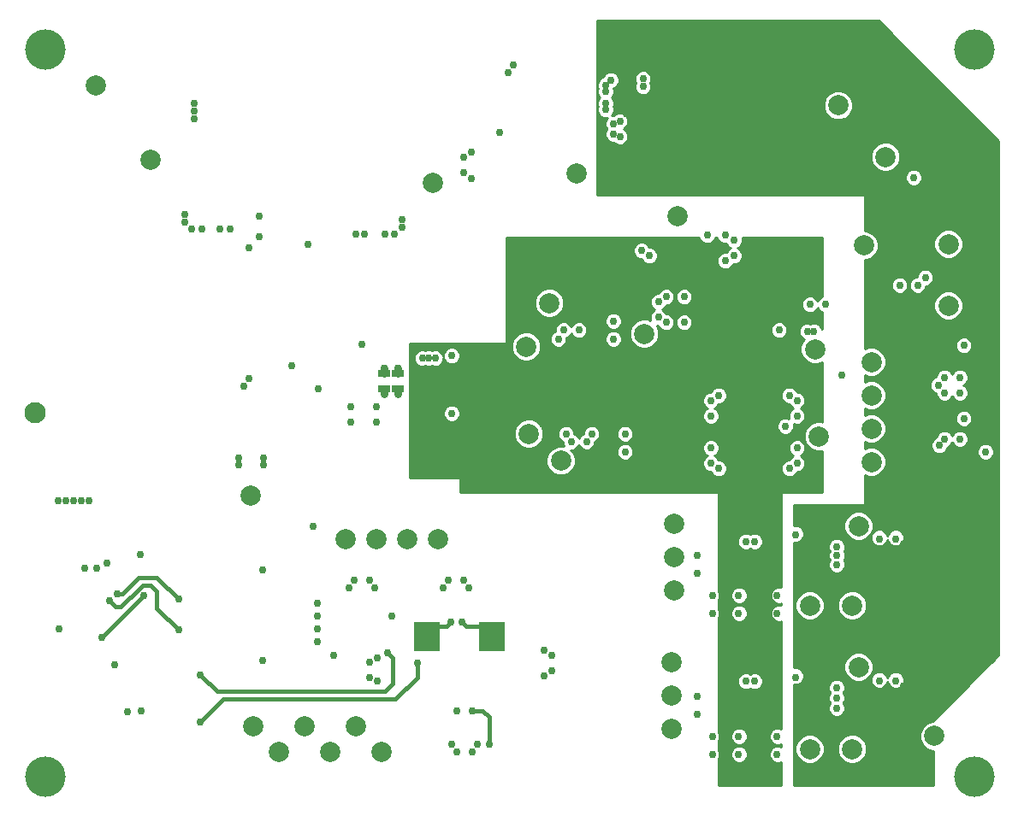
<source format=gbl>
G04 (created by PCBNEW (2013-07-07 BZR 4022)-stable) date Tue 03 Dec 2013 19:18:52 NZDT*
%MOIN*%
G04 Gerber Fmt 3.4, Leading zero omitted, Abs format*
%FSLAX34Y34*%
G01*
G70*
G90*
G04 APERTURE LIST*
%ADD10C,0.00590551*%
%ADD11C,0.0826772*%
%ADD12C,0.15748*%
%ADD13C,0.0787402*%
%ADD14R,0.045X0.025*%
%ADD15R,0.0984252X0.11811*%
%ADD16C,0.03*%
%ADD17C,0.03*%
%ADD18C,0.015*%
%ADD19C,0.01*%
G04 APERTURE END LIST*
G54D10*
G54D11*
X55511Y-69291D03*
G54D12*
X55905Y-55118D03*
G54D13*
X87350Y-76800D03*
X86811Y-57283D03*
X57874Y-56496D03*
X88650Y-59300D03*
X87800Y-62750D03*
X91100Y-62700D03*
X88100Y-71200D03*
X88100Y-69900D03*
X88100Y-68600D03*
X88100Y-67300D03*
X87600Y-73700D03*
X83423Y-57305D03*
X87350Y-82400D03*
X87600Y-79200D03*
X85900Y-66800D03*
X76600Y-59950D03*
X60000Y-59400D03*
X63900Y-72500D03*
X80550Y-61600D03*
X84650Y-64350D03*
X67600Y-74200D03*
X64000Y-81500D03*
X68800Y-74200D03*
X70000Y-74200D03*
X71200Y-74200D03*
X80300Y-80300D03*
X80300Y-81600D03*
X80300Y-79000D03*
X80400Y-74900D03*
X80400Y-76200D03*
X80400Y-73600D03*
X90551Y-81889D03*
X86050Y-70200D03*
X76000Y-71150D03*
X79250Y-66200D03*
X75550Y-65000D03*
X74650Y-66700D03*
X74750Y-70100D03*
X85700Y-76800D03*
X85700Y-82400D03*
X91100Y-65100D03*
X71000Y-60300D03*
X68000Y-81500D03*
X69000Y-82500D03*
X65000Y-82500D03*
X67000Y-82500D03*
X66000Y-81500D03*
G54D14*
X69100Y-68350D03*
X69100Y-67750D03*
X69650Y-68350D03*
X69650Y-67750D03*
G54D15*
X73329Y-78000D03*
X70770Y-78000D03*
G54D12*
X92125Y-55118D03*
X92125Y-83464D03*
X55905Y-83464D03*
G54D16*
X89350Y-75000D03*
X89350Y-80550D03*
X78550Y-57600D03*
X78550Y-56300D03*
X78800Y-56550D03*
X78800Y-56800D03*
X90200Y-63400D03*
X88400Y-80750D03*
X89050Y-80750D03*
X89050Y-75200D03*
X88400Y-75200D03*
X81850Y-69400D03*
X85200Y-69400D03*
X76400Y-70400D03*
X76200Y-70100D03*
X72500Y-60150D03*
X72200Y-59900D03*
X85600Y-66100D03*
X91550Y-70300D03*
X85850Y-66100D03*
X67150Y-78750D03*
X66350Y-73700D03*
X65500Y-67450D03*
X66550Y-68350D03*
X67800Y-69650D03*
X67800Y-69050D03*
X64400Y-71050D03*
X64400Y-71300D03*
X71600Y-75800D03*
X71400Y-76100D03*
X68550Y-75800D03*
X68750Y-76100D03*
X68550Y-79600D03*
X68850Y-79750D03*
X72550Y-82500D03*
X72750Y-82200D03*
X75650Y-78750D03*
X75350Y-78550D03*
X81300Y-81050D03*
X81300Y-80350D03*
X81300Y-75550D03*
X81300Y-74850D03*
X70600Y-69150D03*
X71100Y-69150D03*
X80400Y-69950D03*
X78150Y-63200D03*
X77750Y-62850D03*
X84650Y-65050D03*
X84400Y-65050D03*
X80800Y-70300D03*
X70850Y-69150D03*
X83400Y-82600D03*
X83400Y-81900D03*
X83400Y-77100D03*
X83400Y-76400D03*
X76700Y-66050D03*
X81850Y-70650D03*
X85200Y-70650D03*
X91550Y-67900D03*
X91550Y-68500D03*
X82750Y-62550D03*
X82400Y-62350D03*
X81700Y-62350D03*
X79800Y-64950D03*
X80100Y-64750D03*
X80800Y-64750D03*
X69100Y-68550D03*
X69650Y-68550D03*
X82900Y-82600D03*
X82900Y-81900D03*
X82900Y-77100D03*
X82900Y-76400D03*
X89350Y-74400D03*
X89350Y-79950D03*
X76100Y-66050D03*
X81850Y-68800D03*
X85200Y-68800D03*
X81850Y-71250D03*
X85200Y-71250D03*
X77000Y-70400D03*
X68250Y-66600D03*
X70600Y-67150D03*
X71100Y-67150D03*
X77750Y-57200D03*
X77750Y-57450D03*
X77950Y-56300D03*
X77750Y-56500D03*
X77750Y-56750D03*
X73950Y-56000D03*
X74150Y-55700D03*
X73600Y-58350D03*
X72200Y-59300D03*
X61350Y-61850D03*
X61350Y-61550D03*
X69800Y-62050D03*
X69800Y-61750D03*
X78050Y-58000D03*
X78300Y-57900D03*
X78050Y-58400D03*
X78300Y-58500D03*
X90750Y-70550D03*
X90950Y-70300D03*
X90700Y-68200D03*
X90950Y-68500D03*
X90950Y-67900D03*
X90200Y-64000D03*
X86300Y-65050D03*
X85700Y-65050D03*
X82750Y-63150D03*
X79150Y-62950D03*
X79450Y-63150D03*
X80100Y-65750D03*
X80800Y-65750D03*
X79800Y-65550D03*
X68800Y-69650D03*
X68800Y-69050D03*
X70850Y-67150D03*
X71750Y-69300D03*
X71750Y-67050D03*
X69100Y-67550D03*
X69650Y-67550D03*
X63850Y-67950D03*
X63650Y-68250D03*
X63450Y-71050D03*
X63450Y-71300D03*
X64370Y-78937D03*
X64370Y-75393D03*
X56700Y-72700D03*
X57000Y-72700D03*
X56400Y-72700D03*
X57300Y-72700D03*
X57600Y-72700D03*
X57450Y-75350D03*
X57900Y-75350D03*
X58600Y-79100D03*
X58300Y-75150D03*
X59600Y-74800D03*
X56450Y-77700D03*
X59100Y-80950D03*
X59650Y-80900D03*
X72200Y-75800D03*
X72400Y-76100D03*
X66500Y-78200D03*
X66500Y-77700D03*
X66500Y-77200D03*
X66500Y-76700D03*
X67950Y-75800D03*
X67750Y-76100D03*
X69400Y-77200D03*
X68550Y-79000D03*
X68850Y-78850D03*
X71950Y-80900D03*
X71950Y-82500D03*
X71750Y-82200D03*
X75650Y-79350D03*
X75350Y-79550D03*
X91700Y-69500D03*
X92550Y-70800D03*
X83550Y-79750D03*
X83200Y-79750D03*
X84400Y-82600D03*
X84400Y-81900D03*
X81900Y-82600D03*
X81900Y-81900D03*
X86750Y-80000D03*
X86750Y-80800D03*
X86750Y-80400D03*
X85150Y-79600D03*
X89050Y-79750D03*
X88400Y-79750D03*
X89050Y-74200D03*
X88400Y-74200D03*
X86750Y-74500D03*
X86750Y-75200D03*
X86750Y-74850D03*
X85150Y-74050D03*
X84400Y-77100D03*
X84400Y-76400D03*
X81900Y-77100D03*
X81900Y-76400D03*
X83550Y-74300D03*
X83200Y-74300D03*
X75900Y-66400D03*
X78050Y-66400D03*
X78050Y-65700D03*
X78500Y-70800D03*
X78500Y-70100D03*
X77200Y-70100D03*
X84900Y-68600D03*
X82150Y-68600D03*
X82150Y-71450D03*
X84900Y-71450D03*
X84750Y-69800D03*
X84500Y-66050D03*
X82400Y-63350D03*
X91700Y-66650D03*
X89900Y-64300D03*
X89200Y-64300D03*
X89750Y-60100D03*
X79200Y-56250D03*
X79200Y-56550D03*
X72500Y-59100D03*
X69500Y-62300D03*
X69150Y-62300D03*
X68350Y-62300D03*
X68000Y-62300D03*
X66150Y-62700D03*
X63850Y-62850D03*
X64250Y-62400D03*
X64250Y-61600D03*
X63100Y-62100D03*
X62700Y-62100D03*
X62000Y-62100D03*
X61600Y-62100D03*
X61700Y-57200D03*
X61700Y-57800D03*
X61700Y-57500D03*
X58400Y-76600D03*
X61100Y-77750D03*
X86950Y-67800D03*
X70400Y-79050D03*
X61950Y-81350D03*
X73200Y-82200D03*
X72550Y-80900D03*
X58100Y-78050D03*
X59750Y-76400D03*
X58700Y-76350D03*
X61100Y-76550D03*
X72150Y-77450D03*
X71700Y-77450D03*
X69250Y-78650D03*
X61950Y-79500D03*
G54D17*
X69100Y-68350D02*
X69100Y-68550D01*
X69650Y-68350D02*
X69650Y-68550D01*
X69100Y-67750D02*
X69100Y-67550D01*
X69650Y-67750D02*
X69650Y-67550D01*
G54D18*
X58400Y-76600D02*
X58650Y-76850D01*
X60250Y-76900D02*
X61100Y-77750D01*
X60250Y-76250D02*
X60250Y-76900D01*
X60000Y-76000D02*
X60250Y-76250D01*
X59850Y-76000D02*
X60000Y-76000D01*
X59700Y-76000D02*
X59850Y-76000D01*
X59600Y-76100D02*
X59700Y-76000D01*
X58850Y-76850D02*
X59600Y-76100D01*
X58650Y-76850D02*
X58850Y-76850D01*
X61950Y-81350D02*
X62850Y-80450D01*
X70400Y-79600D02*
X70400Y-79050D01*
X69550Y-80450D02*
X70400Y-79600D01*
X62850Y-80450D02*
X69550Y-80450D01*
X73200Y-82200D02*
X73200Y-81150D01*
X73200Y-81150D02*
X72950Y-80900D01*
X72950Y-80900D02*
X72550Y-80900D01*
X59750Y-76400D02*
X58100Y-78050D01*
X58700Y-76350D02*
X58900Y-76350D01*
X60250Y-75700D02*
X61100Y-76550D01*
X59550Y-75700D02*
X60250Y-75700D01*
X58900Y-76350D02*
X59550Y-75700D01*
X72929Y-77600D02*
X73329Y-78000D01*
X72300Y-77600D02*
X72929Y-77600D01*
X72150Y-77450D02*
X72300Y-77600D01*
X71170Y-77600D02*
X70770Y-78000D01*
X71550Y-77600D02*
X71170Y-77600D01*
X71700Y-77450D02*
X71550Y-77600D01*
X61950Y-79500D02*
X62600Y-80150D01*
X69450Y-78850D02*
X69250Y-78650D01*
X69450Y-79850D02*
X69450Y-78850D01*
X69150Y-80150D02*
X69450Y-79850D01*
X62600Y-80150D02*
X69150Y-80150D01*
G54D10*
G36*
X93060Y-78719D02*
X92880Y-78899D01*
X92880Y-70734D01*
X92829Y-70613D01*
X92737Y-70520D01*
X92615Y-70470D01*
X92484Y-70469D01*
X92363Y-70520D01*
X92270Y-70612D01*
X92220Y-70734D01*
X92219Y-70865D01*
X92270Y-70986D01*
X92362Y-71079D01*
X92484Y-71129D01*
X92615Y-71130D01*
X92736Y-71079D01*
X92829Y-70987D01*
X92879Y-70865D01*
X92880Y-70734D01*
X92880Y-78899D01*
X92030Y-79749D01*
X92030Y-69434D01*
X92030Y-66584D01*
X91979Y-66463D01*
X91887Y-66370D01*
X91765Y-66320D01*
X91673Y-66319D01*
X91673Y-64986D01*
X91673Y-62586D01*
X91586Y-62375D01*
X91425Y-62213D01*
X91214Y-62126D01*
X90986Y-62126D01*
X90775Y-62213D01*
X90613Y-62374D01*
X90526Y-62585D01*
X90526Y-62813D01*
X90613Y-63024D01*
X90774Y-63186D01*
X90985Y-63273D01*
X91213Y-63273D01*
X91424Y-63186D01*
X91586Y-63025D01*
X91673Y-62814D01*
X91673Y-62586D01*
X91673Y-64986D01*
X91586Y-64775D01*
X91425Y-64613D01*
X91214Y-64526D01*
X90986Y-64526D01*
X90775Y-64613D01*
X90613Y-64774D01*
X90530Y-64976D01*
X90530Y-63934D01*
X90479Y-63813D01*
X90387Y-63720D01*
X90265Y-63670D01*
X90134Y-63669D01*
X90080Y-63692D01*
X90080Y-60034D01*
X90029Y-59913D01*
X89937Y-59820D01*
X89815Y-59770D01*
X89684Y-59769D01*
X89563Y-59820D01*
X89470Y-59912D01*
X89420Y-60034D01*
X89419Y-60165D01*
X89470Y-60286D01*
X89562Y-60379D01*
X89684Y-60429D01*
X89815Y-60430D01*
X89936Y-60379D01*
X90029Y-60287D01*
X90079Y-60165D01*
X90080Y-60034D01*
X90080Y-63692D01*
X90013Y-63720D01*
X89920Y-63812D01*
X89870Y-63934D01*
X89870Y-63969D01*
X89834Y-63969D01*
X89713Y-64020D01*
X89620Y-64112D01*
X89570Y-64234D01*
X89569Y-64365D01*
X89620Y-64486D01*
X89712Y-64579D01*
X89834Y-64629D01*
X89965Y-64630D01*
X90086Y-64579D01*
X90179Y-64487D01*
X90229Y-64365D01*
X90229Y-64330D01*
X90265Y-64330D01*
X90386Y-64279D01*
X90479Y-64187D01*
X90529Y-64065D01*
X90530Y-63934D01*
X90530Y-64976D01*
X90526Y-64985D01*
X90526Y-65213D01*
X90613Y-65424D01*
X90774Y-65586D01*
X90985Y-65673D01*
X91213Y-65673D01*
X91424Y-65586D01*
X91586Y-65425D01*
X91673Y-65214D01*
X91673Y-64986D01*
X91673Y-66319D01*
X91634Y-66319D01*
X91513Y-66370D01*
X91420Y-66462D01*
X91370Y-66584D01*
X91369Y-66715D01*
X91420Y-66836D01*
X91512Y-66929D01*
X91634Y-66979D01*
X91765Y-66980D01*
X91886Y-66929D01*
X91979Y-66837D01*
X92029Y-66715D01*
X92030Y-66584D01*
X92030Y-69434D01*
X91979Y-69313D01*
X91887Y-69220D01*
X91880Y-69217D01*
X91880Y-68434D01*
X91829Y-68313D01*
X91737Y-68220D01*
X91688Y-68200D01*
X91736Y-68179D01*
X91829Y-68087D01*
X91879Y-67965D01*
X91880Y-67834D01*
X91829Y-67713D01*
X91737Y-67620D01*
X91615Y-67570D01*
X91484Y-67569D01*
X91363Y-67620D01*
X91270Y-67712D01*
X91250Y-67761D01*
X91229Y-67713D01*
X91137Y-67620D01*
X91015Y-67570D01*
X90884Y-67569D01*
X90763Y-67620D01*
X90670Y-67712D01*
X90620Y-67834D01*
X90620Y-67875D01*
X90513Y-67920D01*
X90420Y-68012D01*
X90370Y-68134D01*
X90369Y-68265D01*
X90420Y-68386D01*
X90512Y-68479D01*
X90619Y-68524D01*
X90619Y-68565D01*
X90670Y-68686D01*
X90762Y-68779D01*
X90884Y-68829D01*
X91015Y-68830D01*
X91136Y-68779D01*
X91229Y-68687D01*
X91249Y-68638D01*
X91270Y-68686D01*
X91362Y-68779D01*
X91484Y-68829D01*
X91615Y-68830D01*
X91736Y-68779D01*
X91829Y-68687D01*
X91879Y-68565D01*
X91880Y-68434D01*
X91880Y-69217D01*
X91765Y-69170D01*
X91634Y-69169D01*
X91513Y-69220D01*
X91420Y-69312D01*
X91370Y-69434D01*
X91369Y-69565D01*
X91420Y-69686D01*
X91512Y-69779D01*
X91634Y-69829D01*
X91765Y-69830D01*
X91886Y-69779D01*
X91979Y-69687D01*
X92029Y-69565D01*
X92030Y-69434D01*
X92030Y-79749D01*
X91880Y-79899D01*
X91880Y-70234D01*
X91829Y-70113D01*
X91737Y-70020D01*
X91615Y-69970D01*
X91484Y-69969D01*
X91363Y-70020D01*
X91270Y-70112D01*
X91250Y-70161D01*
X91229Y-70113D01*
X91137Y-70020D01*
X91015Y-69970D01*
X90884Y-69969D01*
X90763Y-70020D01*
X90670Y-70112D01*
X90620Y-70234D01*
X90620Y-70246D01*
X90563Y-70270D01*
X90470Y-70362D01*
X90420Y-70484D01*
X90419Y-70615D01*
X90470Y-70736D01*
X90562Y-70829D01*
X90684Y-70879D01*
X90815Y-70880D01*
X90936Y-70829D01*
X91029Y-70737D01*
X91079Y-70615D01*
X91079Y-70603D01*
X91136Y-70579D01*
X91229Y-70487D01*
X91249Y-70438D01*
X91270Y-70486D01*
X91362Y-70579D01*
X91484Y-70629D01*
X91615Y-70630D01*
X91736Y-70579D01*
X91829Y-70487D01*
X91879Y-70365D01*
X91880Y-70234D01*
X91880Y-79899D01*
X90501Y-81278D01*
X90501Y-81316D01*
X90437Y-81315D01*
X90226Y-81403D01*
X90065Y-81564D01*
X89977Y-81775D01*
X89977Y-82003D01*
X90064Y-82214D01*
X90225Y-82375D01*
X90436Y-82463D01*
X90501Y-82463D01*
X90501Y-83808D01*
X89530Y-83808D01*
X89530Y-64234D01*
X89479Y-64113D01*
X89387Y-64020D01*
X89265Y-63970D01*
X89223Y-63970D01*
X89223Y-59186D01*
X89136Y-58975D01*
X88975Y-58813D01*
X88764Y-58726D01*
X88536Y-58726D01*
X88325Y-58813D01*
X88163Y-58974D01*
X88076Y-59185D01*
X88076Y-59413D01*
X88163Y-59624D01*
X88324Y-59786D01*
X88535Y-59873D01*
X88763Y-59873D01*
X88974Y-59786D01*
X89136Y-59625D01*
X89223Y-59414D01*
X89223Y-59186D01*
X89223Y-63970D01*
X89134Y-63969D01*
X89013Y-64020D01*
X88920Y-64112D01*
X88870Y-64234D01*
X88869Y-64365D01*
X88920Y-64486D01*
X89012Y-64579D01*
X89134Y-64629D01*
X89265Y-64630D01*
X89386Y-64579D01*
X89479Y-64487D01*
X89529Y-64365D01*
X89530Y-64234D01*
X89530Y-83808D01*
X89380Y-83808D01*
X89380Y-79634D01*
X89380Y-74084D01*
X89329Y-73963D01*
X89237Y-73870D01*
X89115Y-73820D01*
X88984Y-73819D01*
X88863Y-73870D01*
X88770Y-73962D01*
X88724Y-74072D01*
X88679Y-73963D01*
X88587Y-73870D01*
X88465Y-73820D01*
X88334Y-73819D01*
X88213Y-73870D01*
X88173Y-73909D01*
X88173Y-73586D01*
X88086Y-73375D01*
X87925Y-73213D01*
X87714Y-73126D01*
X87486Y-73126D01*
X87275Y-73213D01*
X87113Y-73374D01*
X87026Y-73585D01*
X87026Y-73813D01*
X87113Y-74024D01*
X87274Y-74186D01*
X87485Y-74273D01*
X87713Y-74273D01*
X87924Y-74186D01*
X88086Y-74025D01*
X88173Y-73814D01*
X88173Y-73586D01*
X88173Y-73909D01*
X88120Y-73962D01*
X88070Y-74084D01*
X88069Y-74215D01*
X88120Y-74336D01*
X88212Y-74429D01*
X88334Y-74479D01*
X88465Y-74480D01*
X88586Y-74429D01*
X88679Y-74337D01*
X88725Y-74227D01*
X88770Y-74336D01*
X88862Y-74429D01*
X88984Y-74479D01*
X89115Y-74480D01*
X89236Y-74429D01*
X89329Y-74337D01*
X89379Y-74215D01*
X89380Y-74084D01*
X89380Y-79634D01*
X89329Y-79513D01*
X89237Y-79420D01*
X89115Y-79370D01*
X88984Y-79369D01*
X88863Y-79420D01*
X88770Y-79512D01*
X88724Y-79622D01*
X88679Y-79513D01*
X88587Y-79420D01*
X88465Y-79370D01*
X88334Y-79369D01*
X88213Y-79420D01*
X88173Y-79459D01*
X88173Y-79086D01*
X88086Y-78875D01*
X87925Y-78713D01*
X87923Y-78713D01*
X87923Y-76686D01*
X87836Y-76475D01*
X87675Y-76313D01*
X87464Y-76226D01*
X87236Y-76226D01*
X87080Y-76290D01*
X87080Y-75134D01*
X87034Y-75024D01*
X87079Y-74915D01*
X87080Y-74784D01*
X87034Y-74674D01*
X87079Y-74565D01*
X87080Y-74434D01*
X87029Y-74313D01*
X86937Y-74220D01*
X86815Y-74170D01*
X86684Y-74169D01*
X86563Y-74220D01*
X86470Y-74312D01*
X86420Y-74434D01*
X86419Y-74565D01*
X86465Y-74675D01*
X86420Y-74784D01*
X86419Y-74915D01*
X86465Y-75025D01*
X86420Y-75134D01*
X86419Y-75265D01*
X86470Y-75386D01*
X86562Y-75479D01*
X86684Y-75529D01*
X86815Y-75530D01*
X86936Y-75479D01*
X87029Y-75387D01*
X87079Y-75265D01*
X87080Y-75134D01*
X87080Y-76290D01*
X87025Y-76313D01*
X86863Y-76474D01*
X86776Y-76685D01*
X86776Y-76913D01*
X86863Y-77124D01*
X87024Y-77286D01*
X87235Y-77373D01*
X87463Y-77373D01*
X87674Y-77286D01*
X87836Y-77125D01*
X87923Y-76914D01*
X87923Y-76686D01*
X87923Y-78713D01*
X87714Y-78626D01*
X87486Y-78626D01*
X87275Y-78713D01*
X87113Y-78874D01*
X87026Y-79085D01*
X87026Y-79313D01*
X87113Y-79524D01*
X87274Y-79686D01*
X87485Y-79773D01*
X87713Y-79773D01*
X87924Y-79686D01*
X88086Y-79525D01*
X88173Y-79314D01*
X88173Y-79086D01*
X88173Y-79459D01*
X88120Y-79512D01*
X88070Y-79634D01*
X88069Y-79765D01*
X88120Y-79886D01*
X88212Y-79979D01*
X88334Y-80029D01*
X88465Y-80030D01*
X88586Y-79979D01*
X88679Y-79887D01*
X88725Y-79777D01*
X88770Y-79886D01*
X88862Y-79979D01*
X88984Y-80029D01*
X89115Y-80030D01*
X89236Y-79979D01*
X89329Y-79887D01*
X89379Y-79765D01*
X89380Y-79634D01*
X89380Y-83808D01*
X87923Y-83808D01*
X87923Y-82286D01*
X87836Y-82075D01*
X87675Y-81913D01*
X87464Y-81826D01*
X87236Y-81826D01*
X87080Y-81890D01*
X87080Y-80734D01*
X87029Y-80613D01*
X87016Y-80600D01*
X87029Y-80587D01*
X87079Y-80465D01*
X87080Y-80334D01*
X87029Y-80213D01*
X87016Y-80200D01*
X87029Y-80187D01*
X87079Y-80065D01*
X87080Y-79934D01*
X87029Y-79813D01*
X86937Y-79720D01*
X86815Y-79670D01*
X86684Y-79669D01*
X86563Y-79720D01*
X86470Y-79812D01*
X86420Y-79934D01*
X86419Y-80065D01*
X86470Y-80186D01*
X86483Y-80199D01*
X86470Y-80212D01*
X86420Y-80334D01*
X86419Y-80465D01*
X86470Y-80586D01*
X86483Y-80599D01*
X86470Y-80612D01*
X86420Y-80734D01*
X86419Y-80865D01*
X86470Y-80986D01*
X86562Y-81079D01*
X86684Y-81129D01*
X86815Y-81130D01*
X86936Y-81079D01*
X87029Y-80987D01*
X87079Y-80865D01*
X87080Y-80734D01*
X87080Y-81890D01*
X87025Y-81913D01*
X86863Y-82074D01*
X86776Y-82285D01*
X86776Y-82513D01*
X86863Y-82724D01*
X87024Y-82886D01*
X87235Y-82973D01*
X87463Y-82973D01*
X87674Y-82886D01*
X87836Y-82725D01*
X87923Y-82514D01*
X87923Y-82286D01*
X87923Y-83808D01*
X86273Y-83808D01*
X86273Y-82286D01*
X86273Y-76686D01*
X86186Y-76475D01*
X86025Y-76313D01*
X85814Y-76226D01*
X85586Y-76226D01*
X85375Y-76313D01*
X85213Y-76474D01*
X85126Y-76685D01*
X85126Y-76913D01*
X85213Y-77124D01*
X85374Y-77286D01*
X85585Y-77373D01*
X85813Y-77373D01*
X86024Y-77286D01*
X86186Y-77125D01*
X86273Y-76914D01*
X86273Y-76686D01*
X86273Y-82286D01*
X86186Y-82075D01*
X86025Y-81913D01*
X85814Y-81826D01*
X85586Y-81826D01*
X85375Y-81913D01*
X85213Y-82074D01*
X85126Y-82285D01*
X85126Y-82513D01*
X85213Y-82724D01*
X85374Y-82886D01*
X85585Y-82973D01*
X85813Y-82973D01*
X86024Y-82886D01*
X86186Y-82725D01*
X86273Y-82514D01*
X86273Y-82286D01*
X86273Y-83808D01*
X85089Y-83808D01*
X85089Y-79879D01*
X85215Y-79880D01*
X85336Y-79829D01*
X85429Y-79737D01*
X85479Y-79615D01*
X85480Y-79484D01*
X85429Y-79363D01*
X85337Y-79270D01*
X85215Y-79220D01*
X85089Y-79219D01*
X85089Y-74329D01*
X85215Y-74330D01*
X85336Y-74279D01*
X85429Y-74187D01*
X85479Y-74065D01*
X85480Y-73934D01*
X85429Y-73813D01*
X85337Y-73720D01*
X85215Y-73670D01*
X85089Y-73669D01*
X85089Y-72884D01*
X87845Y-72884D01*
X87845Y-71715D01*
X87985Y-71773D01*
X88213Y-71773D01*
X88424Y-71686D01*
X88586Y-71525D01*
X88673Y-71314D01*
X88673Y-71086D01*
X88586Y-70875D01*
X88425Y-70713D01*
X88214Y-70626D01*
X87986Y-70626D01*
X87845Y-70684D01*
X87845Y-70415D01*
X87985Y-70473D01*
X88213Y-70473D01*
X88424Y-70386D01*
X88586Y-70225D01*
X88673Y-70014D01*
X88673Y-69786D01*
X88586Y-69575D01*
X88425Y-69413D01*
X88214Y-69326D01*
X87986Y-69326D01*
X87845Y-69384D01*
X87845Y-69115D01*
X87985Y-69173D01*
X88213Y-69173D01*
X88424Y-69086D01*
X88586Y-68925D01*
X88673Y-68714D01*
X88673Y-68486D01*
X88586Y-68275D01*
X88425Y-68113D01*
X88214Y-68026D01*
X87986Y-68026D01*
X87845Y-68084D01*
X87845Y-67815D01*
X87985Y-67873D01*
X88213Y-67873D01*
X88424Y-67786D01*
X88586Y-67625D01*
X88673Y-67414D01*
X88673Y-67186D01*
X88586Y-66975D01*
X88425Y-66813D01*
X88214Y-66726D01*
X87986Y-66726D01*
X87845Y-66784D01*
X87845Y-63323D01*
X87913Y-63323D01*
X88124Y-63236D01*
X88286Y-63075D01*
X88373Y-62864D01*
X88373Y-62636D01*
X88286Y-62425D01*
X88125Y-62263D01*
X87914Y-62176D01*
X87845Y-62176D01*
X87845Y-60776D01*
X87384Y-60776D01*
X87384Y-57169D01*
X87297Y-56958D01*
X87136Y-56797D01*
X86925Y-56709D01*
X86697Y-56709D01*
X86486Y-56796D01*
X86324Y-56958D01*
X86237Y-57168D01*
X86237Y-57397D01*
X86324Y-57608D01*
X86485Y-57769D01*
X86696Y-57857D01*
X86924Y-57857D01*
X87135Y-57770D01*
X87297Y-57608D01*
X87384Y-57398D01*
X87384Y-57169D01*
X87384Y-60776D01*
X79530Y-60776D01*
X79530Y-56484D01*
X79495Y-56399D01*
X79529Y-56315D01*
X79530Y-56184D01*
X79479Y-56063D01*
X79387Y-55970D01*
X79265Y-55920D01*
X79134Y-55919D01*
X79013Y-55970D01*
X78920Y-56062D01*
X78870Y-56184D01*
X78869Y-56315D01*
X78904Y-56400D01*
X78870Y-56484D01*
X78869Y-56615D01*
X78920Y-56736D01*
X79012Y-56829D01*
X79134Y-56879D01*
X79265Y-56880D01*
X79386Y-56829D01*
X79479Y-56737D01*
X79529Y-56615D01*
X79530Y-56484D01*
X79530Y-60776D01*
X78630Y-60776D01*
X78630Y-58434D01*
X78579Y-58313D01*
X78487Y-58220D01*
X78438Y-58200D01*
X78486Y-58179D01*
X78579Y-58087D01*
X78629Y-57965D01*
X78630Y-57834D01*
X78579Y-57713D01*
X78487Y-57620D01*
X78365Y-57570D01*
X78234Y-57569D01*
X78113Y-57620D01*
X78063Y-57670D01*
X77996Y-57669D01*
X78029Y-57637D01*
X78079Y-57515D01*
X78080Y-57384D01*
X78055Y-57325D01*
X78079Y-57265D01*
X78080Y-57134D01*
X78029Y-57013D01*
X77991Y-56975D01*
X78029Y-56937D01*
X78079Y-56815D01*
X78080Y-56684D01*
X78055Y-56625D01*
X78061Y-56611D01*
X78136Y-56579D01*
X78229Y-56487D01*
X78279Y-56365D01*
X78280Y-56234D01*
X78229Y-56113D01*
X78137Y-56020D01*
X78015Y-55970D01*
X77884Y-55969D01*
X77763Y-56020D01*
X77670Y-56112D01*
X77638Y-56188D01*
X77563Y-56220D01*
X77470Y-56312D01*
X77420Y-56434D01*
X77419Y-56565D01*
X77444Y-56624D01*
X77420Y-56684D01*
X77419Y-56815D01*
X77470Y-56936D01*
X77508Y-56974D01*
X77470Y-57012D01*
X77420Y-57134D01*
X77419Y-57265D01*
X77444Y-57324D01*
X77420Y-57384D01*
X77419Y-57515D01*
X77470Y-57636D01*
X77562Y-57729D01*
X77684Y-57779D01*
X77803Y-57780D01*
X77770Y-57812D01*
X77720Y-57934D01*
X77719Y-58065D01*
X77770Y-58186D01*
X77783Y-58199D01*
X77770Y-58212D01*
X77720Y-58334D01*
X77719Y-58465D01*
X77770Y-58586D01*
X77862Y-58679D01*
X77984Y-58729D01*
X78063Y-58730D01*
X78112Y-58779D01*
X78234Y-58829D01*
X78365Y-58830D01*
X78486Y-58779D01*
X78579Y-58687D01*
X78629Y-58565D01*
X78630Y-58434D01*
X78630Y-60776D01*
X77412Y-60776D01*
X77412Y-53987D01*
X88365Y-53987D01*
X93060Y-58682D01*
X93060Y-78719D01*
X93060Y-78719D01*
G37*
G54D19*
X93060Y-78719D02*
X92880Y-78899D01*
X92880Y-70734D01*
X92829Y-70613D01*
X92737Y-70520D01*
X92615Y-70470D01*
X92484Y-70469D01*
X92363Y-70520D01*
X92270Y-70612D01*
X92220Y-70734D01*
X92219Y-70865D01*
X92270Y-70986D01*
X92362Y-71079D01*
X92484Y-71129D01*
X92615Y-71130D01*
X92736Y-71079D01*
X92829Y-70987D01*
X92879Y-70865D01*
X92880Y-70734D01*
X92880Y-78899D01*
X92030Y-79749D01*
X92030Y-69434D01*
X92030Y-66584D01*
X91979Y-66463D01*
X91887Y-66370D01*
X91765Y-66320D01*
X91673Y-66319D01*
X91673Y-64986D01*
X91673Y-62586D01*
X91586Y-62375D01*
X91425Y-62213D01*
X91214Y-62126D01*
X90986Y-62126D01*
X90775Y-62213D01*
X90613Y-62374D01*
X90526Y-62585D01*
X90526Y-62813D01*
X90613Y-63024D01*
X90774Y-63186D01*
X90985Y-63273D01*
X91213Y-63273D01*
X91424Y-63186D01*
X91586Y-63025D01*
X91673Y-62814D01*
X91673Y-62586D01*
X91673Y-64986D01*
X91586Y-64775D01*
X91425Y-64613D01*
X91214Y-64526D01*
X90986Y-64526D01*
X90775Y-64613D01*
X90613Y-64774D01*
X90530Y-64976D01*
X90530Y-63934D01*
X90479Y-63813D01*
X90387Y-63720D01*
X90265Y-63670D01*
X90134Y-63669D01*
X90080Y-63692D01*
X90080Y-60034D01*
X90029Y-59913D01*
X89937Y-59820D01*
X89815Y-59770D01*
X89684Y-59769D01*
X89563Y-59820D01*
X89470Y-59912D01*
X89420Y-60034D01*
X89419Y-60165D01*
X89470Y-60286D01*
X89562Y-60379D01*
X89684Y-60429D01*
X89815Y-60430D01*
X89936Y-60379D01*
X90029Y-60287D01*
X90079Y-60165D01*
X90080Y-60034D01*
X90080Y-63692D01*
X90013Y-63720D01*
X89920Y-63812D01*
X89870Y-63934D01*
X89870Y-63969D01*
X89834Y-63969D01*
X89713Y-64020D01*
X89620Y-64112D01*
X89570Y-64234D01*
X89569Y-64365D01*
X89620Y-64486D01*
X89712Y-64579D01*
X89834Y-64629D01*
X89965Y-64630D01*
X90086Y-64579D01*
X90179Y-64487D01*
X90229Y-64365D01*
X90229Y-64330D01*
X90265Y-64330D01*
X90386Y-64279D01*
X90479Y-64187D01*
X90529Y-64065D01*
X90530Y-63934D01*
X90530Y-64976D01*
X90526Y-64985D01*
X90526Y-65213D01*
X90613Y-65424D01*
X90774Y-65586D01*
X90985Y-65673D01*
X91213Y-65673D01*
X91424Y-65586D01*
X91586Y-65425D01*
X91673Y-65214D01*
X91673Y-64986D01*
X91673Y-66319D01*
X91634Y-66319D01*
X91513Y-66370D01*
X91420Y-66462D01*
X91370Y-66584D01*
X91369Y-66715D01*
X91420Y-66836D01*
X91512Y-66929D01*
X91634Y-66979D01*
X91765Y-66980D01*
X91886Y-66929D01*
X91979Y-66837D01*
X92029Y-66715D01*
X92030Y-66584D01*
X92030Y-69434D01*
X91979Y-69313D01*
X91887Y-69220D01*
X91880Y-69217D01*
X91880Y-68434D01*
X91829Y-68313D01*
X91737Y-68220D01*
X91688Y-68200D01*
X91736Y-68179D01*
X91829Y-68087D01*
X91879Y-67965D01*
X91880Y-67834D01*
X91829Y-67713D01*
X91737Y-67620D01*
X91615Y-67570D01*
X91484Y-67569D01*
X91363Y-67620D01*
X91270Y-67712D01*
X91250Y-67761D01*
X91229Y-67713D01*
X91137Y-67620D01*
X91015Y-67570D01*
X90884Y-67569D01*
X90763Y-67620D01*
X90670Y-67712D01*
X90620Y-67834D01*
X90620Y-67875D01*
X90513Y-67920D01*
X90420Y-68012D01*
X90370Y-68134D01*
X90369Y-68265D01*
X90420Y-68386D01*
X90512Y-68479D01*
X90619Y-68524D01*
X90619Y-68565D01*
X90670Y-68686D01*
X90762Y-68779D01*
X90884Y-68829D01*
X91015Y-68830D01*
X91136Y-68779D01*
X91229Y-68687D01*
X91249Y-68638D01*
X91270Y-68686D01*
X91362Y-68779D01*
X91484Y-68829D01*
X91615Y-68830D01*
X91736Y-68779D01*
X91829Y-68687D01*
X91879Y-68565D01*
X91880Y-68434D01*
X91880Y-69217D01*
X91765Y-69170D01*
X91634Y-69169D01*
X91513Y-69220D01*
X91420Y-69312D01*
X91370Y-69434D01*
X91369Y-69565D01*
X91420Y-69686D01*
X91512Y-69779D01*
X91634Y-69829D01*
X91765Y-69830D01*
X91886Y-69779D01*
X91979Y-69687D01*
X92029Y-69565D01*
X92030Y-69434D01*
X92030Y-79749D01*
X91880Y-79899D01*
X91880Y-70234D01*
X91829Y-70113D01*
X91737Y-70020D01*
X91615Y-69970D01*
X91484Y-69969D01*
X91363Y-70020D01*
X91270Y-70112D01*
X91250Y-70161D01*
X91229Y-70113D01*
X91137Y-70020D01*
X91015Y-69970D01*
X90884Y-69969D01*
X90763Y-70020D01*
X90670Y-70112D01*
X90620Y-70234D01*
X90620Y-70246D01*
X90563Y-70270D01*
X90470Y-70362D01*
X90420Y-70484D01*
X90419Y-70615D01*
X90470Y-70736D01*
X90562Y-70829D01*
X90684Y-70879D01*
X90815Y-70880D01*
X90936Y-70829D01*
X91029Y-70737D01*
X91079Y-70615D01*
X91079Y-70603D01*
X91136Y-70579D01*
X91229Y-70487D01*
X91249Y-70438D01*
X91270Y-70486D01*
X91362Y-70579D01*
X91484Y-70629D01*
X91615Y-70630D01*
X91736Y-70579D01*
X91829Y-70487D01*
X91879Y-70365D01*
X91880Y-70234D01*
X91880Y-79899D01*
X90501Y-81278D01*
X90501Y-81316D01*
X90437Y-81315D01*
X90226Y-81403D01*
X90065Y-81564D01*
X89977Y-81775D01*
X89977Y-82003D01*
X90064Y-82214D01*
X90225Y-82375D01*
X90436Y-82463D01*
X90501Y-82463D01*
X90501Y-83808D01*
X89530Y-83808D01*
X89530Y-64234D01*
X89479Y-64113D01*
X89387Y-64020D01*
X89265Y-63970D01*
X89223Y-63970D01*
X89223Y-59186D01*
X89136Y-58975D01*
X88975Y-58813D01*
X88764Y-58726D01*
X88536Y-58726D01*
X88325Y-58813D01*
X88163Y-58974D01*
X88076Y-59185D01*
X88076Y-59413D01*
X88163Y-59624D01*
X88324Y-59786D01*
X88535Y-59873D01*
X88763Y-59873D01*
X88974Y-59786D01*
X89136Y-59625D01*
X89223Y-59414D01*
X89223Y-59186D01*
X89223Y-63970D01*
X89134Y-63969D01*
X89013Y-64020D01*
X88920Y-64112D01*
X88870Y-64234D01*
X88869Y-64365D01*
X88920Y-64486D01*
X89012Y-64579D01*
X89134Y-64629D01*
X89265Y-64630D01*
X89386Y-64579D01*
X89479Y-64487D01*
X89529Y-64365D01*
X89530Y-64234D01*
X89530Y-83808D01*
X89380Y-83808D01*
X89380Y-79634D01*
X89380Y-74084D01*
X89329Y-73963D01*
X89237Y-73870D01*
X89115Y-73820D01*
X88984Y-73819D01*
X88863Y-73870D01*
X88770Y-73962D01*
X88724Y-74072D01*
X88679Y-73963D01*
X88587Y-73870D01*
X88465Y-73820D01*
X88334Y-73819D01*
X88213Y-73870D01*
X88173Y-73909D01*
X88173Y-73586D01*
X88086Y-73375D01*
X87925Y-73213D01*
X87714Y-73126D01*
X87486Y-73126D01*
X87275Y-73213D01*
X87113Y-73374D01*
X87026Y-73585D01*
X87026Y-73813D01*
X87113Y-74024D01*
X87274Y-74186D01*
X87485Y-74273D01*
X87713Y-74273D01*
X87924Y-74186D01*
X88086Y-74025D01*
X88173Y-73814D01*
X88173Y-73586D01*
X88173Y-73909D01*
X88120Y-73962D01*
X88070Y-74084D01*
X88069Y-74215D01*
X88120Y-74336D01*
X88212Y-74429D01*
X88334Y-74479D01*
X88465Y-74480D01*
X88586Y-74429D01*
X88679Y-74337D01*
X88725Y-74227D01*
X88770Y-74336D01*
X88862Y-74429D01*
X88984Y-74479D01*
X89115Y-74480D01*
X89236Y-74429D01*
X89329Y-74337D01*
X89379Y-74215D01*
X89380Y-74084D01*
X89380Y-79634D01*
X89329Y-79513D01*
X89237Y-79420D01*
X89115Y-79370D01*
X88984Y-79369D01*
X88863Y-79420D01*
X88770Y-79512D01*
X88724Y-79622D01*
X88679Y-79513D01*
X88587Y-79420D01*
X88465Y-79370D01*
X88334Y-79369D01*
X88213Y-79420D01*
X88173Y-79459D01*
X88173Y-79086D01*
X88086Y-78875D01*
X87925Y-78713D01*
X87923Y-78713D01*
X87923Y-76686D01*
X87836Y-76475D01*
X87675Y-76313D01*
X87464Y-76226D01*
X87236Y-76226D01*
X87080Y-76290D01*
X87080Y-75134D01*
X87034Y-75024D01*
X87079Y-74915D01*
X87080Y-74784D01*
X87034Y-74674D01*
X87079Y-74565D01*
X87080Y-74434D01*
X87029Y-74313D01*
X86937Y-74220D01*
X86815Y-74170D01*
X86684Y-74169D01*
X86563Y-74220D01*
X86470Y-74312D01*
X86420Y-74434D01*
X86419Y-74565D01*
X86465Y-74675D01*
X86420Y-74784D01*
X86419Y-74915D01*
X86465Y-75025D01*
X86420Y-75134D01*
X86419Y-75265D01*
X86470Y-75386D01*
X86562Y-75479D01*
X86684Y-75529D01*
X86815Y-75530D01*
X86936Y-75479D01*
X87029Y-75387D01*
X87079Y-75265D01*
X87080Y-75134D01*
X87080Y-76290D01*
X87025Y-76313D01*
X86863Y-76474D01*
X86776Y-76685D01*
X86776Y-76913D01*
X86863Y-77124D01*
X87024Y-77286D01*
X87235Y-77373D01*
X87463Y-77373D01*
X87674Y-77286D01*
X87836Y-77125D01*
X87923Y-76914D01*
X87923Y-76686D01*
X87923Y-78713D01*
X87714Y-78626D01*
X87486Y-78626D01*
X87275Y-78713D01*
X87113Y-78874D01*
X87026Y-79085D01*
X87026Y-79313D01*
X87113Y-79524D01*
X87274Y-79686D01*
X87485Y-79773D01*
X87713Y-79773D01*
X87924Y-79686D01*
X88086Y-79525D01*
X88173Y-79314D01*
X88173Y-79086D01*
X88173Y-79459D01*
X88120Y-79512D01*
X88070Y-79634D01*
X88069Y-79765D01*
X88120Y-79886D01*
X88212Y-79979D01*
X88334Y-80029D01*
X88465Y-80030D01*
X88586Y-79979D01*
X88679Y-79887D01*
X88725Y-79777D01*
X88770Y-79886D01*
X88862Y-79979D01*
X88984Y-80029D01*
X89115Y-80030D01*
X89236Y-79979D01*
X89329Y-79887D01*
X89379Y-79765D01*
X89380Y-79634D01*
X89380Y-83808D01*
X87923Y-83808D01*
X87923Y-82286D01*
X87836Y-82075D01*
X87675Y-81913D01*
X87464Y-81826D01*
X87236Y-81826D01*
X87080Y-81890D01*
X87080Y-80734D01*
X87029Y-80613D01*
X87016Y-80600D01*
X87029Y-80587D01*
X87079Y-80465D01*
X87080Y-80334D01*
X87029Y-80213D01*
X87016Y-80200D01*
X87029Y-80187D01*
X87079Y-80065D01*
X87080Y-79934D01*
X87029Y-79813D01*
X86937Y-79720D01*
X86815Y-79670D01*
X86684Y-79669D01*
X86563Y-79720D01*
X86470Y-79812D01*
X86420Y-79934D01*
X86419Y-80065D01*
X86470Y-80186D01*
X86483Y-80199D01*
X86470Y-80212D01*
X86420Y-80334D01*
X86419Y-80465D01*
X86470Y-80586D01*
X86483Y-80599D01*
X86470Y-80612D01*
X86420Y-80734D01*
X86419Y-80865D01*
X86470Y-80986D01*
X86562Y-81079D01*
X86684Y-81129D01*
X86815Y-81130D01*
X86936Y-81079D01*
X87029Y-80987D01*
X87079Y-80865D01*
X87080Y-80734D01*
X87080Y-81890D01*
X87025Y-81913D01*
X86863Y-82074D01*
X86776Y-82285D01*
X86776Y-82513D01*
X86863Y-82724D01*
X87024Y-82886D01*
X87235Y-82973D01*
X87463Y-82973D01*
X87674Y-82886D01*
X87836Y-82725D01*
X87923Y-82514D01*
X87923Y-82286D01*
X87923Y-83808D01*
X86273Y-83808D01*
X86273Y-82286D01*
X86273Y-76686D01*
X86186Y-76475D01*
X86025Y-76313D01*
X85814Y-76226D01*
X85586Y-76226D01*
X85375Y-76313D01*
X85213Y-76474D01*
X85126Y-76685D01*
X85126Y-76913D01*
X85213Y-77124D01*
X85374Y-77286D01*
X85585Y-77373D01*
X85813Y-77373D01*
X86024Y-77286D01*
X86186Y-77125D01*
X86273Y-76914D01*
X86273Y-76686D01*
X86273Y-82286D01*
X86186Y-82075D01*
X86025Y-81913D01*
X85814Y-81826D01*
X85586Y-81826D01*
X85375Y-81913D01*
X85213Y-82074D01*
X85126Y-82285D01*
X85126Y-82513D01*
X85213Y-82724D01*
X85374Y-82886D01*
X85585Y-82973D01*
X85813Y-82973D01*
X86024Y-82886D01*
X86186Y-82725D01*
X86273Y-82514D01*
X86273Y-82286D01*
X86273Y-83808D01*
X85089Y-83808D01*
X85089Y-79879D01*
X85215Y-79880D01*
X85336Y-79829D01*
X85429Y-79737D01*
X85479Y-79615D01*
X85480Y-79484D01*
X85429Y-79363D01*
X85337Y-79270D01*
X85215Y-79220D01*
X85089Y-79219D01*
X85089Y-74329D01*
X85215Y-74330D01*
X85336Y-74279D01*
X85429Y-74187D01*
X85479Y-74065D01*
X85480Y-73934D01*
X85429Y-73813D01*
X85337Y-73720D01*
X85215Y-73670D01*
X85089Y-73669D01*
X85089Y-72884D01*
X87845Y-72884D01*
X87845Y-71715D01*
X87985Y-71773D01*
X88213Y-71773D01*
X88424Y-71686D01*
X88586Y-71525D01*
X88673Y-71314D01*
X88673Y-71086D01*
X88586Y-70875D01*
X88425Y-70713D01*
X88214Y-70626D01*
X87986Y-70626D01*
X87845Y-70684D01*
X87845Y-70415D01*
X87985Y-70473D01*
X88213Y-70473D01*
X88424Y-70386D01*
X88586Y-70225D01*
X88673Y-70014D01*
X88673Y-69786D01*
X88586Y-69575D01*
X88425Y-69413D01*
X88214Y-69326D01*
X87986Y-69326D01*
X87845Y-69384D01*
X87845Y-69115D01*
X87985Y-69173D01*
X88213Y-69173D01*
X88424Y-69086D01*
X88586Y-68925D01*
X88673Y-68714D01*
X88673Y-68486D01*
X88586Y-68275D01*
X88425Y-68113D01*
X88214Y-68026D01*
X87986Y-68026D01*
X87845Y-68084D01*
X87845Y-67815D01*
X87985Y-67873D01*
X88213Y-67873D01*
X88424Y-67786D01*
X88586Y-67625D01*
X88673Y-67414D01*
X88673Y-67186D01*
X88586Y-66975D01*
X88425Y-66813D01*
X88214Y-66726D01*
X87986Y-66726D01*
X87845Y-66784D01*
X87845Y-63323D01*
X87913Y-63323D01*
X88124Y-63236D01*
X88286Y-63075D01*
X88373Y-62864D01*
X88373Y-62636D01*
X88286Y-62425D01*
X88125Y-62263D01*
X87914Y-62176D01*
X87845Y-62176D01*
X87845Y-60776D01*
X87384Y-60776D01*
X87384Y-57169D01*
X87297Y-56958D01*
X87136Y-56797D01*
X86925Y-56709D01*
X86697Y-56709D01*
X86486Y-56796D01*
X86324Y-56958D01*
X86237Y-57168D01*
X86237Y-57397D01*
X86324Y-57608D01*
X86485Y-57769D01*
X86696Y-57857D01*
X86924Y-57857D01*
X87135Y-57770D01*
X87297Y-57608D01*
X87384Y-57398D01*
X87384Y-57169D01*
X87384Y-60776D01*
X79530Y-60776D01*
X79530Y-56484D01*
X79495Y-56399D01*
X79529Y-56315D01*
X79530Y-56184D01*
X79479Y-56063D01*
X79387Y-55970D01*
X79265Y-55920D01*
X79134Y-55919D01*
X79013Y-55970D01*
X78920Y-56062D01*
X78870Y-56184D01*
X78869Y-56315D01*
X78904Y-56400D01*
X78870Y-56484D01*
X78869Y-56615D01*
X78920Y-56736D01*
X79012Y-56829D01*
X79134Y-56879D01*
X79265Y-56880D01*
X79386Y-56829D01*
X79479Y-56737D01*
X79529Y-56615D01*
X79530Y-56484D01*
X79530Y-60776D01*
X78630Y-60776D01*
X78630Y-58434D01*
X78579Y-58313D01*
X78487Y-58220D01*
X78438Y-58200D01*
X78486Y-58179D01*
X78579Y-58087D01*
X78629Y-57965D01*
X78630Y-57834D01*
X78579Y-57713D01*
X78487Y-57620D01*
X78365Y-57570D01*
X78234Y-57569D01*
X78113Y-57620D01*
X78063Y-57670D01*
X77996Y-57669D01*
X78029Y-57637D01*
X78079Y-57515D01*
X78080Y-57384D01*
X78055Y-57325D01*
X78079Y-57265D01*
X78080Y-57134D01*
X78029Y-57013D01*
X77991Y-56975D01*
X78029Y-56937D01*
X78079Y-56815D01*
X78080Y-56684D01*
X78055Y-56625D01*
X78061Y-56611D01*
X78136Y-56579D01*
X78229Y-56487D01*
X78279Y-56365D01*
X78280Y-56234D01*
X78229Y-56113D01*
X78137Y-56020D01*
X78015Y-55970D01*
X77884Y-55969D01*
X77763Y-56020D01*
X77670Y-56112D01*
X77638Y-56188D01*
X77563Y-56220D01*
X77470Y-56312D01*
X77420Y-56434D01*
X77419Y-56565D01*
X77444Y-56624D01*
X77420Y-56684D01*
X77419Y-56815D01*
X77470Y-56936D01*
X77508Y-56974D01*
X77470Y-57012D01*
X77420Y-57134D01*
X77419Y-57265D01*
X77444Y-57324D01*
X77420Y-57384D01*
X77419Y-57515D01*
X77470Y-57636D01*
X77562Y-57729D01*
X77684Y-57779D01*
X77803Y-57780D01*
X77770Y-57812D01*
X77720Y-57934D01*
X77719Y-58065D01*
X77770Y-58186D01*
X77783Y-58199D01*
X77770Y-58212D01*
X77720Y-58334D01*
X77719Y-58465D01*
X77770Y-58586D01*
X77862Y-58679D01*
X77984Y-58729D01*
X78063Y-58730D01*
X78112Y-58779D01*
X78234Y-58829D01*
X78365Y-58830D01*
X78486Y-58779D01*
X78579Y-58687D01*
X78629Y-58565D01*
X78630Y-58434D01*
X78630Y-60776D01*
X77412Y-60776D01*
X77412Y-53987D01*
X88365Y-53987D01*
X93060Y-58682D01*
X93060Y-78719D01*
G54D10*
G36*
X86170Y-72390D02*
X85530Y-72390D01*
X85530Y-71184D01*
X85479Y-71063D01*
X85387Y-70970D01*
X85338Y-70950D01*
X85386Y-70929D01*
X85479Y-70837D01*
X85529Y-70715D01*
X85530Y-70584D01*
X85479Y-70463D01*
X85387Y-70370D01*
X85265Y-70320D01*
X85134Y-70319D01*
X85013Y-70370D01*
X84920Y-70462D01*
X84870Y-70584D01*
X84869Y-70715D01*
X84920Y-70836D01*
X85012Y-70929D01*
X85061Y-70949D01*
X85013Y-70970D01*
X84920Y-71062D01*
X84896Y-71119D01*
X84834Y-71119D01*
X84713Y-71170D01*
X84620Y-71262D01*
X84570Y-71384D01*
X84569Y-71515D01*
X84620Y-71636D01*
X84712Y-71729D01*
X84834Y-71779D01*
X84965Y-71780D01*
X85086Y-71729D01*
X85179Y-71637D01*
X85203Y-71580D01*
X85265Y-71580D01*
X85386Y-71529D01*
X85479Y-71437D01*
X85529Y-71315D01*
X85530Y-71184D01*
X85530Y-72390D01*
X84595Y-72390D01*
X84595Y-76082D01*
X84565Y-76070D01*
X84434Y-76069D01*
X84313Y-76120D01*
X84220Y-76212D01*
X84170Y-76334D01*
X84169Y-76465D01*
X84220Y-76586D01*
X84312Y-76679D01*
X84434Y-76729D01*
X84565Y-76730D01*
X84595Y-76717D01*
X84595Y-76782D01*
X84565Y-76770D01*
X84434Y-76769D01*
X84313Y-76820D01*
X84220Y-76912D01*
X84170Y-77034D01*
X84169Y-77165D01*
X84220Y-77286D01*
X84312Y-77379D01*
X84434Y-77429D01*
X84565Y-77430D01*
X84595Y-77417D01*
X84595Y-81603D01*
X84515Y-81570D01*
X84384Y-81569D01*
X84263Y-81620D01*
X84170Y-81712D01*
X84120Y-81834D01*
X84119Y-81965D01*
X84170Y-82086D01*
X84262Y-82179D01*
X84384Y-82229D01*
X84515Y-82230D01*
X84595Y-82196D01*
X84595Y-82303D01*
X84515Y-82270D01*
X84384Y-82269D01*
X84263Y-82320D01*
X84170Y-82412D01*
X84120Y-82534D01*
X84119Y-82665D01*
X84170Y-82786D01*
X84262Y-82879D01*
X84384Y-82929D01*
X84515Y-82930D01*
X84595Y-82896D01*
X84595Y-83808D01*
X83880Y-83808D01*
X83880Y-79684D01*
X83880Y-74234D01*
X83829Y-74113D01*
X83737Y-74020D01*
X83615Y-73970D01*
X83484Y-73969D01*
X83374Y-74015D01*
X83265Y-73970D01*
X83134Y-73969D01*
X83013Y-74020D01*
X82920Y-74112D01*
X82870Y-74234D01*
X82869Y-74365D01*
X82920Y-74486D01*
X83012Y-74579D01*
X83134Y-74629D01*
X83265Y-74630D01*
X83375Y-74584D01*
X83484Y-74629D01*
X83615Y-74630D01*
X83736Y-74579D01*
X83829Y-74487D01*
X83879Y-74365D01*
X83880Y-74234D01*
X83880Y-79684D01*
X83829Y-79563D01*
X83737Y-79470D01*
X83615Y-79420D01*
X83484Y-79419D01*
X83374Y-79465D01*
X83280Y-79425D01*
X83280Y-77034D01*
X83280Y-76334D01*
X83229Y-76213D01*
X83137Y-76120D01*
X83015Y-76070D01*
X82884Y-76069D01*
X82763Y-76120D01*
X82670Y-76212D01*
X82620Y-76334D01*
X82619Y-76465D01*
X82670Y-76586D01*
X82762Y-76679D01*
X82884Y-76729D01*
X83015Y-76730D01*
X83136Y-76679D01*
X83229Y-76587D01*
X83279Y-76465D01*
X83280Y-76334D01*
X83280Y-77034D01*
X83229Y-76913D01*
X83137Y-76820D01*
X83015Y-76770D01*
X82884Y-76769D01*
X82763Y-76820D01*
X82670Y-76912D01*
X82620Y-77034D01*
X82619Y-77165D01*
X82670Y-77286D01*
X82762Y-77379D01*
X82884Y-77429D01*
X83015Y-77430D01*
X83136Y-77379D01*
X83229Y-77287D01*
X83279Y-77165D01*
X83280Y-77034D01*
X83280Y-79425D01*
X83265Y-79420D01*
X83134Y-79419D01*
X83013Y-79470D01*
X82920Y-79562D01*
X82870Y-79684D01*
X82869Y-79815D01*
X82920Y-79936D01*
X83012Y-80029D01*
X83134Y-80079D01*
X83265Y-80080D01*
X83375Y-80034D01*
X83484Y-80079D01*
X83615Y-80080D01*
X83736Y-80029D01*
X83829Y-79937D01*
X83879Y-79815D01*
X83880Y-79684D01*
X83880Y-83808D01*
X83280Y-83808D01*
X83280Y-82534D01*
X83280Y-81834D01*
X83229Y-81713D01*
X83137Y-81620D01*
X83015Y-81570D01*
X82884Y-81569D01*
X82763Y-81620D01*
X82670Y-81712D01*
X82620Y-81834D01*
X82619Y-81965D01*
X82670Y-82086D01*
X82762Y-82179D01*
X82884Y-82229D01*
X83015Y-82230D01*
X83136Y-82179D01*
X83229Y-82087D01*
X83279Y-81965D01*
X83280Y-81834D01*
X83280Y-82534D01*
X83229Y-82413D01*
X83137Y-82320D01*
X83015Y-82270D01*
X82884Y-82269D01*
X82763Y-82320D01*
X82670Y-82412D01*
X82620Y-82534D01*
X82619Y-82665D01*
X82670Y-82786D01*
X82762Y-82879D01*
X82884Y-82929D01*
X83015Y-82930D01*
X83136Y-82879D01*
X83229Y-82787D01*
X83279Y-82665D01*
X83280Y-82534D01*
X83280Y-83808D01*
X82480Y-83808D01*
X82480Y-71384D01*
X82480Y-68534D01*
X82429Y-68413D01*
X82337Y-68320D01*
X82215Y-68270D01*
X82084Y-68269D01*
X81963Y-68320D01*
X81870Y-68412D01*
X81846Y-68469D01*
X81784Y-68469D01*
X81663Y-68520D01*
X81570Y-68612D01*
X81520Y-68734D01*
X81519Y-68865D01*
X81570Y-68986D01*
X81662Y-69079D01*
X81711Y-69099D01*
X81663Y-69120D01*
X81570Y-69212D01*
X81520Y-69334D01*
X81519Y-69465D01*
X81570Y-69586D01*
X81662Y-69679D01*
X81784Y-69729D01*
X81915Y-69730D01*
X82036Y-69679D01*
X82129Y-69587D01*
X82179Y-69465D01*
X82180Y-69334D01*
X82129Y-69213D01*
X82037Y-69120D01*
X81988Y-69100D01*
X82036Y-69079D01*
X82129Y-68987D01*
X82153Y-68930D01*
X82215Y-68930D01*
X82336Y-68879D01*
X82429Y-68787D01*
X82479Y-68665D01*
X82480Y-68534D01*
X82480Y-71384D01*
X82429Y-71263D01*
X82337Y-71170D01*
X82215Y-71120D01*
X82153Y-71120D01*
X82129Y-71063D01*
X82037Y-70970D01*
X81988Y-70950D01*
X82036Y-70929D01*
X82129Y-70837D01*
X82179Y-70715D01*
X82180Y-70584D01*
X82129Y-70463D01*
X82037Y-70370D01*
X81915Y-70320D01*
X81784Y-70319D01*
X81663Y-70370D01*
X81570Y-70462D01*
X81520Y-70584D01*
X81519Y-70715D01*
X81570Y-70836D01*
X81662Y-70929D01*
X81711Y-70949D01*
X81663Y-70970D01*
X81570Y-71062D01*
X81520Y-71184D01*
X81519Y-71315D01*
X81570Y-71436D01*
X81662Y-71529D01*
X81784Y-71579D01*
X81846Y-71579D01*
X81870Y-71636D01*
X81962Y-71729D01*
X82084Y-71779D01*
X82215Y-71780D01*
X82336Y-71729D01*
X82429Y-71637D01*
X82479Y-71515D01*
X82480Y-71384D01*
X82480Y-83808D01*
X82136Y-83808D01*
X82136Y-82770D01*
X82179Y-82665D01*
X82180Y-82534D01*
X82136Y-82429D01*
X82136Y-82070D01*
X82179Y-81965D01*
X82180Y-81834D01*
X82136Y-81729D01*
X82136Y-77270D01*
X82179Y-77165D01*
X82180Y-77034D01*
X82136Y-76929D01*
X82136Y-76570D01*
X82179Y-76465D01*
X82180Y-76334D01*
X82136Y-76229D01*
X82136Y-72390D01*
X81130Y-72390D01*
X81130Y-65684D01*
X81130Y-64684D01*
X81079Y-64563D01*
X80987Y-64470D01*
X80865Y-64420D01*
X80734Y-64419D01*
X80613Y-64470D01*
X80520Y-64562D01*
X80470Y-64684D01*
X80469Y-64815D01*
X80520Y-64936D01*
X80612Y-65029D01*
X80734Y-65079D01*
X80865Y-65080D01*
X80986Y-65029D01*
X81079Y-64937D01*
X81129Y-64815D01*
X81130Y-64684D01*
X81130Y-65684D01*
X81079Y-65563D01*
X80987Y-65470D01*
X80865Y-65420D01*
X80734Y-65419D01*
X80613Y-65470D01*
X80520Y-65562D01*
X80470Y-65684D01*
X80469Y-65815D01*
X80520Y-65936D01*
X80612Y-66029D01*
X80734Y-66079D01*
X80865Y-66080D01*
X80986Y-66029D01*
X81079Y-65937D01*
X81129Y-65815D01*
X81130Y-65684D01*
X81130Y-72390D01*
X80430Y-72390D01*
X80430Y-65684D01*
X80379Y-65563D01*
X80287Y-65470D01*
X80165Y-65420D01*
X80103Y-65420D01*
X80079Y-65363D01*
X79987Y-65270D01*
X79938Y-65250D01*
X79986Y-65229D01*
X80079Y-65137D01*
X80103Y-65080D01*
X80165Y-65080D01*
X80286Y-65029D01*
X80379Y-64937D01*
X80429Y-64815D01*
X80430Y-64684D01*
X80379Y-64563D01*
X80287Y-64470D01*
X80165Y-64420D01*
X80034Y-64419D01*
X79913Y-64470D01*
X79820Y-64562D01*
X79796Y-64619D01*
X79780Y-64619D01*
X79780Y-63084D01*
X79729Y-62963D01*
X79637Y-62870D01*
X79515Y-62820D01*
X79453Y-62820D01*
X79429Y-62763D01*
X79337Y-62670D01*
X79215Y-62620D01*
X79084Y-62619D01*
X78963Y-62670D01*
X78870Y-62762D01*
X78820Y-62884D01*
X78819Y-63015D01*
X78870Y-63136D01*
X78962Y-63229D01*
X79084Y-63279D01*
X79146Y-63279D01*
X79170Y-63336D01*
X79262Y-63429D01*
X79384Y-63479D01*
X79515Y-63480D01*
X79636Y-63429D01*
X79729Y-63337D01*
X79779Y-63215D01*
X79780Y-63084D01*
X79780Y-64619D01*
X79734Y-64619D01*
X79613Y-64670D01*
X79520Y-64762D01*
X79470Y-64884D01*
X79469Y-65015D01*
X79520Y-65136D01*
X79612Y-65229D01*
X79661Y-65249D01*
X79613Y-65270D01*
X79520Y-65362D01*
X79470Y-65484D01*
X79469Y-65615D01*
X79497Y-65681D01*
X79364Y-65626D01*
X79136Y-65626D01*
X78925Y-65713D01*
X78763Y-65874D01*
X78676Y-66085D01*
X78676Y-66313D01*
X78763Y-66524D01*
X78924Y-66686D01*
X79135Y-66773D01*
X79363Y-66773D01*
X79574Y-66686D01*
X79736Y-66525D01*
X79823Y-66314D01*
X79823Y-66086D01*
X79738Y-65879D01*
X79796Y-65879D01*
X79820Y-65936D01*
X79912Y-66029D01*
X80034Y-66079D01*
X80165Y-66080D01*
X80286Y-66029D01*
X80379Y-65937D01*
X80429Y-65815D01*
X80430Y-65684D01*
X80430Y-72390D01*
X78830Y-72390D01*
X78830Y-70734D01*
X78830Y-70034D01*
X78779Y-69913D01*
X78687Y-69820D01*
X78565Y-69770D01*
X78434Y-69769D01*
X78380Y-69792D01*
X78380Y-66334D01*
X78380Y-65634D01*
X78329Y-65513D01*
X78237Y-65420D01*
X78115Y-65370D01*
X77984Y-65369D01*
X77863Y-65420D01*
X77770Y-65512D01*
X77720Y-65634D01*
X77719Y-65765D01*
X77770Y-65886D01*
X77862Y-65979D01*
X77984Y-66029D01*
X78115Y-66030D01*
X78236Y-65979D01*
X78329Y-65887D01*
X78379Y-65765D01*
X78380Y-65634D01*
X78380Y-66334D01*
X78329Y-66213D01*
X78237Y-66120D01*
X78115Y-66070D01*
X77984Y-66069D01*
X77863Y-66120D01*
X77770Y-66212D01*
X77720Y-66334D01*
X77719Y-66465D01*
X77770Y-66586D01*
X77862Y-66679D01*
X77984Y-66729D01*
X78115Y-66730D01*
X78236Y-66679D01*
X78329Y-66587D01*
X78379Y-66465D01*
X78380Y-66334D01*
X78380Y-69792D01*
X78313Y-69820D01*
X78220Y-69912D01*
X78170Y-70034D01*
X78169Y-70165D01*
X78220Y-70286D01*
X78312Y-70379D01*
X78434Y-70429D01*
X78565Y-70430D01*
X78686Y-70379D01*
X78779Y-70287D01*
X78829Y-70165D01*
X78830Y-70034D01*
X78830Y-70734D01*
X78779Y-70613D01*
X78687Y-70520D01*
X78565Y-70470D01*
X78434Y-70469D01*
X78313Y-70520D01*
X78220Y-70612D01*
X78170Y-70734D01*
X78169Y-70865D01*
X78220Y-70986D01*
X78312Y-71079D01*
X78434Y-71129D01*
X78565Y-71130D01*
X78686Y-71079D01*
X78779Y-70987D01*
X78829Y-70865D01*
X78830Y-70734D01*
X78830Y-72390D01*
X77530Y-72390D01*
X77530Y-70034D01*
X77479Y-69913D01*
X77387Y-69820D01*
X77265Y-69770D01*
X77134Y-69769D01*
X77030Y-69813D01*
X77030Y-65984D01*
X76979Y-65863D01*
X76887Y-65770D01*
X76765Y-65720D01*
X76634Y-65719D01*
X76513Y-65770D01*
X76420Y-65862D01*
X76400Y-65911D01*
X76379Y-65863D01*
X76287Y-65770D01*
X76165Y-65720D01*
X76123Y-65720D01*
X76123Y-64886D01*
X76036Y-64675D01*
X75875Y-64513D01*
X75664Y-64426D01*
X75436Y-64426D01*
X75225Y-64513D01*
X75063Y-64674D01*
X74976Y-64885D01*
X74976Y-65113D01*
X75063Y-65324D01*
X75224Y-65486D01*
X75435Y-65573D01*
X75663Y-65573D01*
X75874Y-65486D01*
X76036Y-65325D01*
X76123Y-65114D01*
X76123Y-64886D01*
X76123Y-65720D01*
X76034Y-65719D01*
X75913Y-65770D01*
X75820Y-65862D01*
X75770Y-65984D01*
X75769Y-66096D01*
X75713Y-66120D01*
X75620Y-66212D01*
X75570Y-66334D01*
X75569Y-66465D01*
X75620Y-66586D01*
X75712Y-66679D01*
X75834Y-66729D01*
X75965Y-66730D01*
X76086Y-66679D01*
X76179Y-66587D01*
X76229Y-66465D01*
X76230Y-66353D01*
X76286Y-66329D01*
X76379Y-66237D01*
X76399Y-66188D01*
X76420Y-66236D01*
X76512Y-66329D01*
X76634Y-66379D01*
X76765Y-66380D01*
X76886Y-66329D01*
X76979Y-66237D01*
X77029Y-66115D01*
X77030Y-65984D01*
X77030Y-69813D01*
X77013Y-69820D01*
X76920Y-69912D01*
X76870Y-70034D01*
X76870Y-70096D01*
X76813Y-70120D01*
X76720Y-70212D01*
X76700Y-70261D01*
X76679Y-70213D01*
X76587Y-70120D01*
X76530Y-70096D01*
X76530Y-70034D01*
X76479Y-69913D01*
X76387Y-69820D01*
X76265Y-69770D01*
X76134Y-69769D01*
X76013Y-69820D01*
X75920Y-69912D01*
X75870Y-70034D01*
X75869Y-70165D01*
X75920Y-70286D01*
X76012Y-70379D01*
X76069Y-70403D01*
X76069Y-70465D01*
X76116Y-70577D01*
X76114Y-70576D01*
X75886Y-70576D01*
X75675Y-70663D01*
X75513Y-70824D01*
X75426Y-71035D01*
X75426Y-71263D01*
X75513Y-71474D01*
X75674Y-71636D01*
X75885Y-71723D01*
X76113Y-71723D01*
X76324Y-71636D01*
X76486Y-71475D01*
X76573Y-71264D01*
X76573Y-71036D01*
X76486Y-70825D01*
X76391Y-70729D01*
X76465Y-70730D01*
X76586Y-70679D01*
X76679Y-70587D01*
X76699Y-70538D01*
X76720Y-70586D01*
X76812Y-70679D01*
X76934Y-70729D01*
X77065Y-70730D01*
X77186Y-70679D01*
X77279Y-70587D01*
X77329Y-70465D01*
X77329Y-70403D01*
X77386Y-70379D01*
X77479Y-70287D01*
X77529Y-70165D01*
X77530Y-70034D01*
X77530Y-72390D01*
X75323Y-72390D01*
X75323Y-69986D01*
X75236Y-69775D01*
X75223Y-69762D01*
X75223Y-66586D01*
X75136Y-66375D01*
X74975Y-66213D01*
X74764Y-66126D01*
X74536Y-66126D01*
X74325Y-66213D01*
X74163Y-66374D01*
X74076Y-66585D01*
X74076Y-66813D01*
X74163Y-67024D01*
X74324Y-67186D01*
X74535Y-67273D01*
X74763Y-67273D01*
X74974Y-67186D01*
X75136Y-67025D01*
X75223Y-66814D01*
X75223Y-66586D01*
X75223Y-69762D01*
X75075Y-69613D01*
X74864Y-69526D01*
X74636Y-69526D01*
X74425Y-69613D01*
X74263Y-69774D01*
X74176Y-69985D01*
X74176Y-70213D01*
X74263Y-70424D01*
X74424Y-70586D01*
X74635Y-70673D01*
X74863Y-70673D01*
X75074Y-70586D01*
X75236Y-70425D01*
X75323Y-70214D01*
X75323Y-69986D01*
X75323Y-72390D01*
X72097Y-72390D01*
X72097Y-71800D01*
X72080Y-71800D01*
X72080Y-69234D01*
X72080Y-66984D01*
X72029Y-66863D01*
X71937Y-66770D01*
X71815Y-66720D01*
X71684Y-66719D01*
X71563Y-66770D01*
X71470Y-66862D01*
X71420Y-66984D01*
X71419Y-67060D01*
X71379Y-66963D01*
X71287Y-66870D01*
X71165Y-66820D01*
X71034Y-66819D01*
X70975Y-66844D01*
X70915Y-66820D01*
X70784Y-66819D01*
X70725Y-66844D01*
X70665Y-66820D01*
X70534Y-66819D01*
X70413Y-66870D01*
X70320Y-66962D01*
X70270Y-67084D01*
X70269Y-67215D01*
X70320Y-67336D01*
X70412Y-67429D01*
X70534Y-67479D01*
X70665Y-67480D01*
X70724Y-67455D01*
X70784Y-67479D01*
X70915Y-67480D01*
X70974Y-67455D01*
X71034Y-67479D01*
X71165Y-67480D01*
X71286Y-67429D01*
X71379Y-67337D01*
X71429Y-67215D01*
X71430Y-67139D01*
X71470Y-67236D01*
X71562Y-67329D01*
X71684Y-67379D01*
X71815Y-67380D01*
X71936Y-67329D01*
X72029Y-67237D01*
X72079Y-67115D01*
X72080Y-66984D01*
X72080Y-69234D01*
X72029Y-69113D01*
X71937Y-69020D01*
X71815Y-68970D01*
X71684Y-68969D01*
X71563Y-69020D01*
X71470Y-69112D01*
X71420Y-69234D01*
X71419Y-69365D01*
X71470Y-69486D01*
X71562Y-69579D01*
X71684Y-69629D01*
X71815Y-69630D01*
X71936Y-69579D01*
X72029Y-69487D01*
X72079Y-69365D01*
X72080Y-69234D01*
X72080Y-71800D01*
X70128Y-71800D01*
X70128Y-66585D01*
X73868Y-66585D01*
X73868Y-62451D01*
X81384Y-62451D01*
X81420Y-62536D01*
X81512Y-62629D01*
X81634Y-62679D01*
X81765Y-62680D01*
X81886Y-62629D01*
X81979Y-62537D01*
X82015Y-62451D01*
X82084Y-62451D01*
X82120Y-62536D01*
X82212Y-62629D01*
X82334Y-62679D01*
X82446Y-62680D01*
X82470Y-62736D01*
X82562Y-62829D01*
X82611Y-62849D01*
X82563Y-62870D01*
X82470Y-62962D01*
X82446Y-63020D01*
X82334Y-63019D01*
X82213Y-63070D01*
X82120Y-63162D01*
X82070Y-63284D01*
X82069Y-63415D01*
X82120Y-63536D01*
X82212Y-63629D01*
X82334Y-63679D01*
X82465Y-63680D01*
X82586Y-63629D01*
X82679Y-63537D01*
X82703Y-63479D01*
X82815Y-63480D01*
X82936Y-63429D01*
X83029Y-63337D01*
X83079Y-63215D01*
X83080Y-63084D01*
X83029Y-62963D01*
X82937Y-62870D01*
X82888Y-62850D01*
X82936Y-62829D01*
X83029Y-62737D01*
X83079Y-62615D01*
X83080Y-62484D01*
X83066Y-62451D01*
X86170Y-62451D01*
X86170Y-64746D01*
X86113Y-64770D01*
X86020Y-64862D01*
X86000Y-64911D01*
X85979Y-64863D01*
X85887Y-64770D01*
X85765Y-64720D01*
X85634Y-64719D01*
X85513Y-64770D01*
X85420Y-64862D01*
X85370Y-64984D01*
X85369Y-65115D01*
X85420Y-65236D01*
X85512Y-65329D01*
X85634Y-65379D01*
X85765Y-65380D01*
X85886Y-65329D01*
X85979Y-65237D01*
X85999Y-65188D01*
X86020Y-65236D01*
X86112Y-65329D01*
X86170Y-65353D01*
X86170Y-66011D01*
X86129Y-65913D01*
X86037Y-65820D01*
X85915Y-65770D01*
X85784Y-65769D01*
X85725Y-65794D01*
X85665Y-65770D01*
X85534Y-65769D01*
X85413Y-65820D01*
X85320Y-65912D01*
X85270Y-66034D01*
X85269Y-66165D01*
X85320Y-66286D01*
X85412Y-66379D01*
X85480Y-66407D01*
X85413Y-66474D01*
X85326Y-66685D01*
X85326Y-66913D01*
X85413Y-67124D01*
X85574Y-67286D01*
X85785Y-67373D01*
X86013Y-67373D01*
X86170Y-67308D01*
X86170Y-69628D01*
X86164Y-69626D01*
X85936Y-69626D01*
X85725Y-69713D01*
X85563Y-69874D01*
X85530Y-69956D01*
X85530Y-69334D01*
X85479Y-69213D01*
X85387Y-69120D01*
X85338Y-69100D01*
X85386Y-69079D01*
X85479Y-68987D01*
X85529Y-68865D01*
X85530Y-68734D01*
X85479Y-68613D01*
X85387Y-68520D01*
X85265Y-68470D01*
X85203Y-68470D01*
X85179Y-68413D01*
X85087Y-68320D01*
X84965Y-68270D01*
X84834Y-68269D01*
X84830Y-68271D01*
X84830Y-65984D01*
X84779Y-65863D01*
X84687Y-65770D01*
X84565Y-65720D01*
X84434Y-65719D01*
X84313Y-65770D01*
X84220Y-65862D01*
X84170Y-65984D01*
X84169Y-66115D01*
X84220Y-66236D01*
X84312Y-66329D01*
X84434Y-66379D01*
X84565Y-66380D01*
X84686Y-66329D01*
X84779Y-66237D01*
X84829Y-66115D01*
X84830Y-65984D01*
X84830Y-68271D01*
X84713Y-68320D01*
X84620Y-68412D01*
X84570Y-68534D01*
X84569Y-68665D01*
X84620Y-68786D01*
X84712Y-68879D01*
X84834Y-68929D01*
X84896Y-68929D01*
X84920Y-68986D01*
X85012Y-69079D01*
X85061Y-69099D01*
X85013Y-69120D01*
X84920Y-69212D01*
X84870Y-69334D01*
X84869Y-69465D01*
X84883Y-69498D01*
X84815Y-69470D01*
X84684Y-69469D01*
X84563Y-69520D01*
X84470Y-69612D01*
X84420Y-69734D01*
X84419Y-69865D01*
X84470Y-69986D01*
X84562Y-70079D01*
X84684Y-70129D01*
X84815Y-70130D01*
X84936Y-70079D01*
X85029Y-69987D01*
X85079Y-69865D01*
X85080Y-69734D01*
X85066Y-69701D01*
X85134Y-69729D01*
X85265Y-69730D01*
X85386Y-69679D01*
X85479Y-69587D01*
X85529Y-69465D01*
X85530Y-69334D01*
X85530Y-69956D01*
X85476Y-70085D01*
X85476Y-70313D01*
X85563Y-70524D01*
X85724Y-70686D01*
X85935Y-70773D01*
X86163Y-70773D01*
X86170Y-70770D01*
X86170Y-72390D01*
X86170Y-72390D01*
G37*
G54D19*
X86170Y-72390D02*
X85530Y-72390D01*
X85530Y-71184D01*
X85479Y-71063D01*
X85387Y-70970D01*
X85338Y-70950D01*
X85386Y-70929D01*
X85479Y-70837D01*
X85529Y-70715D01*
X85530Y-70584D01*
X85479Y-70463D01*
X85387Y-70370D01*
X85265Y-70320D01*
X85134Y-70319D01*
X85013Y-70370D01*
X84920Y-70462D01*
X84870Y-70584D01*
X84869Y-70715D01*
X84920Y-70836D01*
X85012Y-70929D01*
X85061Y-70949D01*
X85013Y-70970D01*
X84920Y-71062D01*
X84896Y-71119D01*
X84834Y-71119D01*
X84713Y-71170D01*
X84620Y-71262D01*
X84570Y-71384D01*
X84569Y-71515D01*
X84620Y-71636D01*
X84712Y-71729D01*
X84834Y-71779D01*
X84965Y-71780D01*
X85086Y-71729D01*
X85179Y-71637D01*
X85203Y-71580D01*
X85265Y-71580D01*
X85386Y-71529D01*
X85479Y-71437D01*
X85529Y-71315D01*
X85530Y-71184D01*
X85530Y-72390D01*
X84595Y-72390D01*
X84595Y-76082D01*
X84565Y-76070D01*
X84434Y-76069D01*
X84313Y-76120D01*
X84220Y-76212D01*
X84170Y-76334D01*
X84169Y-76465D01*
X84220Y-76586D01*
X84312Y-76679D01*
X84434Y-76729D01*
X84565Y-76730D01*
X84595Y-76717D01*
X84595Y-76782D01*
X84565Y-76770D01*
X84434Y-76769D01*
X84313Y-76820D01*
X84220Y-76912D01*
X84170Y-77034D01*
X84169Y-77165D01*
X84220Y-77286D01*
X84312Y-77379D01*
X84434Y-77429D01*
X84565Y-77430D01*
X84595Y-77417D01*
X84595Y-81603D01*
X84515Y-81570D01*
X84384Y-81569D01*
X84263Y-81620D01*
X84170Y-81712D01*
X84120Y-81834D01*
X84119Y-81965D01*
X84170Y-82086D01*
X84262Y-82179D01*
X84384Y-82229D01*
X84515Y-82230D01*
X84595Y-82196D01*
X84595Y-82303D01*
X84515Y-82270D01*
X84384Y-82269D01*
X84263Y-82320D01*
X84170Y-82412D01*
X84120Y-82534D01*
X84119Y-82665D01*
X84170Y-82786D01*
X84262Y-82879D01*
X84384Y-82929D01*
X84515Y-82930D01*
X84595Y-82896D01*
X84595Y-83808D01*
X83880Y-83808D01*
X83880Y-79684D01*
X83880Y-74234D01*
X83829Y-74113D01*
X83737Y-74020D01*
X83615Y-73970D01*
X83484Y-73969D01*
X83374Y-74015D01*
X83265Y-73970D01*
X83134Y-73969D01*
X83013Y-74020D01*
X82920Y-74112D01*
X82870Y-74234D01*
X82869Y-74365D01*
X82920Y-74486D01*
X83012Y-74579D01*
X83134Y-74629D01*
X83265Y-74630D01*
X83375Y-74584D01*
X83484Y-74629D01*
X83615Y-74630D01*
X83736Y-74579D01*
X83829Y-74487D01*
X83879Y-74365D01*
X83880Y-74234D01*
X83880Y-79684D01*
X83829Y-79563D01*
X83737Y-79470D01*
X83615Y-79420D01*
X83484Y-79419D01*
X83374Y-79465D01*
X83280Y-79425D01*
X83280Y-77034D01*
X83280Y-76334D01*
X83229Y-76213D01*
X83137Y-76120D01*
X83015Y-76070D01*
X82884Y-76069D01*
X82763Y-76120D01*
X82670Y-76212D01*
X82620Y-76334D01*
X82619Y-76465D01*
X82670Y-76586D01*
X82762Y-76679D01*
X82884Y-76729D01*
X83015Y-76730D01*
X83136Y-76679D01*
X83229Y-76587D01*
X83279Y-76465D01*
X83280Y-76334D01*
X83280Y-77034D01*
X83229Y-76913D01*
X83137Y-76820D01*
X83015Y-76770D01*
X82884Y-76769D01*
X82763Y-76820D01*
X82670Y-76912D01*
X82620Y-77034D01*
X82619Y-77165D01*
X82670Y-77286D01*
X82762Y-77379D01*
X82884Y-77429D01*
X83015Y-77430D01*
X83136Y-77379D01*
X83229Y-77287D01*
X83279Y-77165D01*
X83280Y-77034D01*
X83280Y-79425D01*
X83265Y-79420D01*
X83134Y-79419D01*
X83013Y-79470D01*
X82920Y-79562D01*
X82870Y-79684D01*
X82869Y-79815D01*
X82920Y-79936D01*
X83012Y-80029D01*
X83134Y-80079D01*
X83265Y-80080D01*
X83375Y-80034D01*
X83484Y-80079D01*
X83615Y-80080D01*
X83736Y-80029D01*
X83829Y-79937D01*
X83879Y-79815D01*
X83880Y-79684D01*
X83880Y-83808D01*
X83280Y-83808D01*
X83280Y-82534D01*
X83280Y-81834D01*
X83229Y-81713D01*
X83137Y-81620D01*
X83015Y-81570D01*
X82884Y-81569D01*
X82763Y-81620D01*
X82670Y-81712D01*
X82620Y-81834D01*
X82619Y-81965D01*
X82670Y-82086D01*
X82762Y-82179D01*
X82884Y-82229D01*
X83015Y-82230D01*
X83136Y-82179D01*
X83229Y-82087D01*
X83279Y-81965D01*
X83280Y-81834D01*
X83280Y-82534D01*
X83229Y-82413D01*
X83137Y-82320D01*
X83015Y-82270D01*
X82884Y-82269D01*
X82763Y-82320D01*
X82670Y-82412D01*
X82620Y-82534D01*
X82619Y-82665D01*
X82670Y-82786D01*
X82762Y-82879D01*
X82884Y-82929D01*
X83015Y-82930D01*
X83136Y-82879D01*
X83229Y-82787D01*
X83279Y-82665D01*
X83280Y-82534D01*
X83280Y-83808D01*
X82480Y-83808D01*
X82480Y-71384D01*
X82480Y-68534D01*
X82429Y-68413D01*
X82337Y-68320D01*
X82215Y-68270D01*
X82084Y-68269D01*
X81963Y-68320D01*
X81870Y-68412D01*
X81846Y-68469D01*
X81784Y-68469D01*
X81663Y-68520D01*
X81570Y-68612D01*
X81520Y-68734D01*
X81519Y-68865D01*
X81570Y-68986D01*
X81662Y-69079D01*
X81711Y-69099D01*
X81663Y-69120D01*
X81570Y-69212D01*
X81520Y-69334D01*
X81519Y-69465D01*
X81570Y-69586D01*
X81662Y-69679D01*
X81784Y-69729D01*
X81915Y-69730D01*
X82036Y-69679D01*
X82129Y-69587D01*
X82179Y-69465D01*
X82180Y-69334D01*
X82129Y-69213D01*
X82037Y-69120D01*
X81988Y-69100D01*
X82036Y-69079D01*
X82129Y-68987D01*
X82153Y-68930D01*
X82215Y-68930D01*
X82336Y-68879D01*
X82429Y-68787D01*
X82479Y-68665D01*
X82480Y-68534D01*
X82480Y-71384D01*
X82429Y-71263D01*
X82337Y-71170D01*
X82215Y-71120D01*
X82153Y-71120D01*
X82129Y-71063D01*
X82037Y-70970D01*
X81988Y-70950D01*
X82036Y-70929D01*
X82129Y-70837D01*
X82179Y-70715D01*
X82180Y-70584D01*
X82129Y-70463D01*
X82037Y-70370D01*
X81915Y-70320D01*
X81784Y-70319D01*
X81663Y-70370D01*
X81570Y-70462D01*
X81520Y-70584D01*
X81519Y-70715D01*
X81570Y-70836D01*
X81662Y-70929D01*
X81711Y-70949D01*
X81663Y-70970D01*
X81570Y-71062D01*
X81520Y-71184D01*
X81519Y-71315D01*
X81570Y-71436D01*
X81662Y-71529D01*
X81784Y-71579D01*
X81846Y-71579D01*
X81870Y-71636D01*
X81962Y-71729D01*
X82084Y-71779D01*
X82215Y-71780D01*
X82336Y-71729D01*
X82429Y-71637D01*
X82479Y-71515D01*
X82480Y-71384D01*
X82480Y-83808D01*
X82136Y-83808D01*
X82136Y-82770D01*
X82179Y-82665D01*
X82180Y-82534D01*
X82136Y-82429D01*
X82136Y-82070D01*
X82179Y-81965D01*
X82180Y-81834D01*
X82136Y-81729D01*
X82136Y-77270D01*
X82179Y-77165D01*
X82180Y-77034D01*
X82136Y-76929D01*
X82136Y-76570D01*
X82179Y-76465D01*
X82180Y-76334D01*
X82136Y-76229D01*
X82136Y-72390D01*
X81130Y-72390D01*
X81130Y-65684D01*
X81130Y-64684D01*
X81079Y-64563D01*
X80987Y-64470D01*
X80865Y-64420D01*
X80734Y-64419D01*
X80613Y-64470D01*
X80520Y-64562D01*
X80470Y-64684D01*
X80469Y-64815D01*
X80520Y-64936D01*
X80612Y-65029D01*
X80734Y-65079D01*
X80865Y-65080D01*
X80986Y-65029D01*
X81079Y-64937D01*
X81129Y-64815D01*
X81130Y-64684D01*
X81130Y-65684D01*
X81079Y-65563D01*
X80987Y-65470D01*
X80865Y-65420D01*
X80734Y-65419D01*
X80613Y-65470D01*
X80520Y-65562D01*
X80470Y-65684D01*
X80469Y-65815D01*
X80520Y-65936D01*
X80612Y-66029D01*
X80734Y-66079D01*
X80865Y-66080D01*
X80986Y-66029D01*
X81079Y-65937D01*
X81129Y-65815D01*
X81130Y-65684D01*
X81130Y-72390D01*
X80430Y-72390D01*
X80430Y-65684D01*
X80379Y-65563D01*
X80287Y-65470D01*
X80165Y-65420D01*
X80103Y-65420D01*
X80079Y-65363D01*
X79987Y-65270D01*
X79938Y-65250D01*
X79986Y-65229D01*
X80079Y-65137D01*
X80103Y-65080D01*
X80165Y-65080D01*
X80286Y-65029D01*
X80379Y-64937D01*
X80429Y-64815D01*
X80430Y-64684D01*
X80379Y-64563D01*
X80287Y-64470D01*
X80165Y-64420D01*
X80034Y-64419D01*
X79913Y-64470D01*
X79820Y-64562D01*
X79796Y-64619D01*
X79780Y-64619D01*
X79780Y-63084D01*
X79729Y-62963D01*
X79637Y-62870D01*
X79515Y-62820D01*
X79453Y-62820D01*
X79429Y-62763D01*
X79337Y-62670D01*
X79215Y-62620D01*
X79084Y-62619D01*
X78963Y-62670D01*
X78870Y-62762D01*
X78820Y-62884D01*
X78819Y-63015D01*
X78870Y-63136D01*
X78962Y-63229D01*
X79084Y-63279D01*
X79146Y-63279D01*
X79170Y-63336D01*
X79262Y-63429D01*
X79384Y-63479D01*
X79515Y-63480D01*
X79636Y-63429D01*
X79729Y-63337D01*
X79779Y-63215D01*
X79780Y-63084D01*
X79780Y-64619D01*
X79734Y-64619D01*
X79613Y-64670D01*
X79520Y-64762D01*
X79470Y-64884D01*
X79469Y-65015D01*
X79520Y-65136D01*
X79612Y-65229D01*
X79661Y-65249D01*
X79613Y-65270D01*
X79520Y-65362D01*
X79470Y-65484D01*
X79469Y-65615D01*
X79497Y-65681D01*
X79364Y-65626D01*
X79136Y-65626D01*
X78925Y-65713D01*
X78763Y-65874D01*
X78676Y-66085D01*
X78676Y-66313D01*
X78763Y-66524D01*
X78924Y-66686D01*
X79135Y-66773D01*
X79363Y-66773D01*
X79574Y-66686D01*
X79736Y-66525D01*
X79823Y-66314D01*
X79823Y-66086D01*
X79738Y-65879D01*
X79796Y-65879D01*
X79820Y-65936D01*
X79912Y-66029D01*
X80034Y-66079D01*
X80165Y-66080D01*
X80286Y-66029D01*
X80379Y-65937D01*
X80429Y-65815D01*
X80430Y-65684D01*
X80430Y-72390D01*
X78830Y-72390D01*
X78830Y-70734D01*
X78830Y-70034D01*
X78779Y-69913D01*
X78687Y-69820D01*
X78565Y-69770D01*
X78434Y-69769D01*
X78380Y-69792D01*
X78380Y-66334D01*
X78380Y-65634D01*
X78329Y-65513D01*
X78237Y-65420D01*
X78115Y-65370D01*
X77984Y-65369D01*
X77863Y-65420D01*
X77770Y-65512D01*
X77720Y-65634D01*
X77719Y-65765D01*
X77770Y-65886D01*
X77862Y-65979D01*
X77984Y-66029D01*
X78115Y-66030D01*
X78236Y-65979D01*
X78329Y-65887D01*
X78379Y-65765D01*
X78380Y-65634D01*
X78380Y-66334D01*
X78329Y-66213D01*
X78237Y-66120D01*
X78115Y-66070D01*
X77984Y-66069D01*
X77863Y-66120D01*
X77770Y-66212D01*
X77720Y-66334D01*
X77719Y-66465D01*
X77770Y-66586D01*
X77862Y-66679D01*
X77984Y-66729D01*
X78115Y-66730D01*
X78236Y-66679D01*
X78329Y-66587D01*
X78379Y-66465D01*
X78380Y-66334D01*
X78380Y-69792D01*
X78313Y-69820D01*
X78220Y-69912D01*
X78170Y-70034D01*
X78169Y-70165D01*
X78220Y-70286D01*
X78312Y-70379D01*
X78434Y-70429D01*
X78565Y-70430D01*
X78686Y-70379D01*
X78779Y-70287D01*
X78829Y-70165D01*
X78830Y-70034D01*
X78830Y-70734D01*
X78779Y-70613D01*
X78687Y-70520D01*
X78565Y-70470D01*
X78434Y-70469D01*
X78313Y-70520D01*
X78220Y-70612D01*
X78170Y-70734D01*
X78169Y-70865D01*
X78220Y-70986D01*
X78312Y-71079D01*
X78434Y-71129D01*
X78565Y-71130D01*
X78686Y-71079D01*
X78779Y-70987D01*
X78829Y-70865D01*
X78830Y-70734D01*
X78830Y-72390D01*
X77530Y-72390D01*
X77530Y-70034D01*
X77479Y-69913D01*
X77387Y-69820D01*
X77265Y-69770D01*
X77134Y-69769D01*
X77030Y-69813D01*
X77030Y-65984D01*
X76979Y-65863D01*
X76887Y-65770D01*
X76765Y-65720D01*
X76634Y-65719D01*
X76513Y-65770D01*
X76420Y-65862D01*
X76400Y-65911D01*
X76379Y-65863D01*
X76287Y-65770D01*
X76165Y-65720D01*
X76123Y-65720D01*
X76123Y-64886D01*
X76036Y-64675D01*
X75875Y-64513D01*
X75664Y-64426D01*
X75436Y-64426D01*
X75225Y-64513D01*
X75063Y-64674D01*
X74976Y-64885D01*
X74976Y-65113D01*
X75063Y-65324D01*
X75224Y-65486D01*
X75435Y-65573D01*
X75663Y-65573D01*
X75874Y-65486D01*
X76036Y-65325D01*
X76123Y-65114D01*
X76123Y-64886D01*
X76123Y-65720D01*
X76034Y-65719D01*
X75913Y-65770D01*
X75820Y-65862D01*
X75770Y-65984D01*
X75769Y-66096D01*
X75713Y-66120D01*
X75620Y-66212D01*
X75570Y-66334D01*
X75569Y-66465D01*
X75620Y-66586D01*
X75712Y-66679D01*
X75834Y-66729D01*
X75965Y-66730D01*
X76086Y-66679D01*
X76179Y-66587D01*
X76229Y-66465D01*
X76230Y-66353D01*
X76286Y-66329D01*
X76379Y-66237D01*
X76399Y-66188D01*
X76420Y-66236D01*
X76512Y-66329D01*
X76634Y-66379D01*
X76765Y-66380D01*
X76886Y-66329D01*
X76979Y-66237D01*
X77029Y-66115D01*
X77030Y-65984D01*
X77030Y-69813D01*
X77013Y-69820D01*
X76920Y-69912D01*
X76870Y-70034D01*
X76870Y-70096D01*
X76813Y-70120D01*
X76720Y-70212D01*
X76700Y-70261D01*
X76679Y-70213D01*
X76587Y-70120D01*
X76530Y-70096D01*
X76530Y-70034D01*
X76479Y-69913D01*
X76387Y-69820D01*
X76265Y-69770D01*
X76134Y-69769D01*
X76013Y-69820D01*
X75920Y-69912D01*
X75870Y-70034D01*
X75869Y-70165D01*
X75920Y-70286D01*
X76012Y-70379D01*
X76069Y-70403D01*
X76069Y-70465D01*
X76116Y-70577D01*
X76114Y-70576D01*
X75886Y-70576D01*
X75675Y-70663D01*
X75513Y-70824D01*
X75426Y-71035D01*
X75426Y-71263D01*
X75513Y-71474D01*
X75674Y-71636D01*
X75885Y-71723D01*
X76113Y-71723D01*
X76324Y-71636D01*
X76486Y-71475D01*
X76573Y-71264D01*
X76573Y-71036D01*
X76486Y-70825D01*
X76391Y-70729D01*
X76465Y-70730D01*
X76586Y-70679D01*
X76679Y-70587D01*
X76699Y-70538D01*
X76720Y-70586D01*
X76812Y-70679D01*
X76934Y-70729D01*
X77065Y-70730D01*
X77186Y-70679D01*
X77279Y-70587D01*
X77329Y-70465D01*
X77329Y-70403D01*
X77386Y-70379D01*
X77479Y-70287D01*
X77529Y-70165D01*
X77530Y-70034D01*
X77530Y-72390D01*
X75323Y-72390D01*
X75323Y-69986D01*
X75236Y-69775D01*
X75223Y-69762D01*
X75223Y-66586D01*
X75136Y-66375D01*
X74975Y-66213D01*
X74764Y-66126D01*
X74536Y-66126D01*
X74325Y-66213D01*
X74163Y-66374D01*
X74076Y-66585D01*
X74076Y-66813D01*
X74163Y-67024D01*
X74324Y-67186D01*
X74535Y-67273D01*
X74763Y-67273D01*
X74974Y-67186D01*
X75136Y-67025D01*
X75223Y-66814D01*
X75223Y-66586D01*
X75223Y-69762D01*
X75075Y-69613D01*
X74864Y-69526D01*
X74636Y-69526D01*
X74425Y-69613D01*
X74263Y-69774D01*
X74176Y-69985D01*
X74176Y-70213D01*
X74263Y-70424D01*
X74424Y-70586D01*
X74635Y-70673D01*
X74863Y-70673D01*
X75074Y-70586D01*
X75236Y-70425D01*
X75323Y-70214D01*
X75323Y-69986D01*
X75323Y-72390D01*
X72097Y-72390D01*
X72097Y-71800D01*
X72080Y-71800D01*
X72080Y-69234D01*
X72080Y-66984D01*
X72029Y-66863D01*
X71937Y-66770D01*
X71815Y-66720D01*
X71684Y-66719D01*
X71563Y-66770D01*
X71470Y-66862D01*
X71420Y-66984D01*
X71419Y-67060D01*
X71379Y-66963D01*
X71287Y-66870D01*
X71165Y-66820D01*
X71034Y-66819D01*
X70975Y-66844D01*
X70915Y-66820D01*
X70784Y-66819D01*
X70725Y-66844D01*
X70665Y-66820D01*
X70534Y-66819D01*
X70413Y-66870D01*
X70320Y-66962D01*
X70270Y-67084D01*
X70269Y-67215D01*
X70320Y-67336D01*
X70412Y-67429D01*
X70534Y-67479D01*
X70665Y-67480D01*
X70724Y-67455D01*
X70784Y-67479D01*
X70915Y-67480D01*
X70974Y-67455D01*
X71034Y-67479D01*
X71165Y-67480D01*
X71286Y-67429D01*
X71379Y-67337D01*
X71429Y-67215D01*
X71430Y-67139D01*
X71470Y-67236D01*
X71562Y-67329D01*
X71684Y-67379D01*
X71815Y-67380D01*
X71936Y-67329D01*
X72029Y-67237D01*
X72079Y-67115D01*
X72080Y-66984D01*
X72080Y-69234D01*
X72029Y-69113D01*
X71937Y-69020D01*
X71815Y-68970D01*
X71684Y-68969D01*
X71563Y-69020D01*
X71470Y-69112D01*
X71420Y-69234D01*
X71419Y-69365D01*
X71470Y-69486D01*
X71562Y-69579D01*
X71684Y-69629D01*
X71815Y-69630D01*
X71936Y-69579D01*
X72029Y-69487D01*
X72079Y-69365D01*
X72080Y-69234D01*
X72080Y-71800D01*
X70128Y-71800D01*
X70128Y-66585D01*
X73868Y-66585D01*
X73868Y-62451D01*
X81384Y-62451D01*
X81420Y-62536D01*
X81512Y-62629D01*
X81634Y-62679D01*
X81765Y-62680D01*
X81886Y-62629D01*
X81979Y-62537D01*
X82015Y-62451D01*
X82084Y-62451D01*
X82120Y-62536D01*
X82212Y-62629D01*
X82334Y-62679D01*
X82446Y-62680D01*
X82470Y-62736D01*
X82562Y-62829D01*
X82611Y-62849D01*
X82563Y-62870D01*
X82470Y-62962D01*
X82446Y-63020D01*
X82334Y-63019D01*
X82213Y-63070D01*
X82120Y-63162D01*
X82070Y-63284D01*
X82069Y-63415D01*
X82120Y-63536D01*
X82212Y-63629D01*
X82334Y-63679D01*
X82465Y-63680D01*
X82586Y-63629D01*
X82679Y-63537D01*
X82703Y-63479D01*
X82815Y-63480D01*
X82936Y-63429D01*
X83029Y-63337D01*
X83079Y-63215D01*
X83080Y-63084D01*
X83029Y-62963D01*
X82937Y-62870D01*
X82888Y-62850D01*
X82936Y-62829D01*
X83029Y-62737D01*
X83079Y-62615D01*
X83080Y-62484D01*
X83066Y-62451D01*
X86170Y-62451D01*
X86170Y-64746D01*
X86113Y-64770D01*
X86020Y-64862D01*
X86000Y-64911D01*
X85979Y-64863D01*
X85887Y-64770D01*
X85765Y-64720D01*
X85634Y-64719D01*
X85513Y-64770D01*
X85420Y-64862D01*
X85370Y-64984D01*
X85369Y-65115D01*
X85420Y-65236D01*
X85512Y-65329D01*
X85634Y-65379D01*
X85765Y-65380D01*
X85886Y-65329D01*
X85979Y-65237D01*
X85999Y-65188D01*
X86020Y-65236D01*
X86112Y-65329D01*
X86170Y-65353D01*
X86170Y-66011D01*
X86129Y-65913D01*
X86037Y-65820D01*
X85915Y-65770D01*
X85784Y-65769D01*
X85725Y-65794D01*
X85665Y-65770D01*
X85534Y-65769D01*
X85413Y-65820D01*
X85320Y-65912D01*
X85270Y-66034D01*
X85269Y-66165D01*
X85320Y-66286D01*
X85412Y-66379D01*
X85480Y-66407D01*
X85413Y-66474D01*
X85326Y-66685D01*
X85326Y-66913D01*
X85413Y-67124D01*
X85574Y-67286D01*
X85785Y-67373D01*
X86013Y-67373D01*
X86170Y-67308D01*
X86170Y-69628D01*
X86164Y-69626D01*
X85936Y-69626D01*
X85725Y-69713D01*
X85563Y-69874D01*
X85530Y-69956D01*
X85530Y-69334D01*
X85479Y-69213D01*
X85387Y-69120D01*
X85338Y-69100D01*
X85386Y-69079D01*
X85479Y-68987D01*
X85529Y-68865D01*
X85530Y-68734D01*
X85479Y-68613D01*
X85387Y-68520D01*
X85265Y-68470D01*
X85203Y-68470D01*
X85179Y-68413D01*
X85087Y-68320D01*
X84965Y-68270D01*
X84834Y-68269D01*
X84830Y-68271D01*
X84830Y-65984D01*
X84779Y-65863D01*
X84687Y-65770D01*
X84565Y-65720D01*
X84434Y-65719D01*
X84313Y-65770D01*
X84220Y-65862D01*
X84170Y-65984D01*
X84169Y-66115D01*
X84220Y-66236D01*
X84312Y-66329D01*
X84434Y-66379D01*
X84565Y-66380D01*
X84686Y-66329D01*
X84779Y-66237D01*
X84829Y-66115D01*
X84830Y-65984D01*
X84830Y-68271D01*
X84713Y-68320D01*
X84620Y-68412D01*
X84570Y-68534D01*
X84569Y-68665D01*
X84620Y-68786D01*
X84712Y-68879D01*
X84834Y-68929D01*
X84896Y-68929D01*
X84920Y-68986D01*
X85012Y-69079D01*
X85061Y-69099D01*
X85013Y-69120D01*
X84920Y-69212D01*
X84870Y-69334D01*
X84869Y-69465D01*
X84883Y-69498D01*
X84815Y-69470D01*
X84684Y-69469D01*
X84563Y-69520D01*
X84470Y-69612D01*
X84420Y-69734D01*
X84419Y-69865D01*
X84470Y-69986D01*
X84562Y-70079D01*
X84684Y-70129D01*
X84815Y-70130D01*
X84936Y-70079D01*
X85029Y-69987D01*
X85079Y-69865D01*
X85080Y-69734D01*
X85066Y-69701D01*
X85134Y-69729D01*
X85265Y-69730D01*
X85386Y-69679D01*
X85479Y-69587D01*
X85529Y-69465D01*
X85530Y-69334D01*
X85530Y-69956D01*
X85476Y-70085D01*
X85476Y-70313D01*
X85563Y-70524D01*
X85724Y-70686D01*
X85935Y-70773D01*
X86163Y-70773D01*
X86170Y-70770D01*
X86170Y-72390D01*
M02*

</source>
